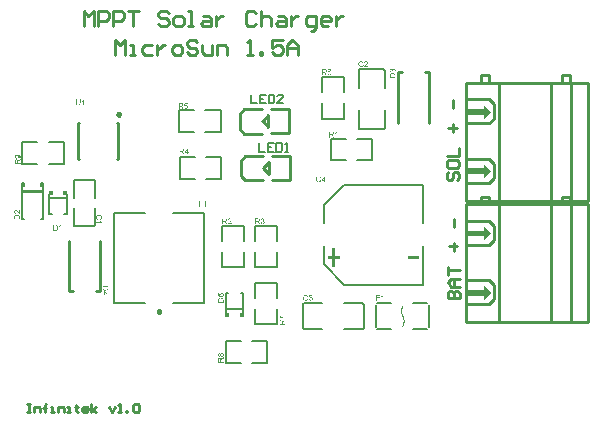
<source format=gto>
%FSTAX23Y23*%
%MOIN*%
%SFA1B1*%

%IPPOS*%
%ADD10C,0.006000*%
%ADD11C,0.003000*%
%ADD12C,0.009843*%
%ADD13C,0.010000*%
%ADD14C,0.005984*%
%ADD15C,0.007874*%
%ADD16C,0.005984*%
%LNpcb-1*%
%LPD*%
G36*
X00317Y0076D02*
X00331D01*
Y00772*
X00317*
Y0076*
G37*
G36*
X0038D02*
X00366D01*
Y00772*
X0038*
Y0076*
G37*
G36*
X00905Y00365D02*
X00919D01*
Y00353*
X00905*
Y00365*
G37*
G36*
X01553Y00546D02*
X01514D01*
Y00556*
X01553*
Y00546*
G37*
G36*
X01272Y00556D02*
X01287D01*
Y00546*
X01272*
Y00518*
X01262*
Y00546*
X01248*
Y00556*
X01262*
Y00583*
X01272*
Y00556*
G37*
G36*
X00968Y00353D02*
X00954D01*
Y00365*
X00968*
Y00353*
G37*
G36*
X01792Y00433D02*
X01768Y0041D01*
Y00423*
X01705*
Y00443*
X01768*
Y00457*
X01792Y00433*
G37*
G36*
Y0063D02*
X01768Y00607D01*
Y00621*
X01705*
Y0064*
X01768*
Y00654*
X01792Y0063*
G37*
G36*
Y00838D02*
X01768Y00814D01*
Y00828*
X01705*
Y00848*
X01768*
Y00861*
X01792Y00838*
G37*
G36*
Y01035D02*
X01768Y01011D01*
Y01025*
X01705*
Y01045*
X01768*
Y01059*
X01792Y01035*
G37*
G36*
X00424Y01066D02*
Y01066D01*
Y01065*
Y01065*
Y01065*
X00424Y01065*
Y01065*
X00424Y01064*
X00423Y01064*
X00423Y01063*
X00423Y01062*
X00423Y01062*
X00423Y01061*
X00423Y01061*
Y01061*
X00423Y01061*
X00423Y01061*
X00423Y01061*
X00423Y0106*
X00422Y0106*
X00422Y0106*
X00422Y01059*
X00421Y01059*
X00421Y01058*
X0042*
X0042Y01058*
X0042Y01058*
X0042Y01058*
X0042Y01058*
X0042Y01058*
X0042Y01058*
X00419Y01058*
X00419Y01058*
X00419Y01058*
X00418Y01057*
X00418Y01057*
X00418Y01057*
X00417Y01057*
X00416Y01057*
X00416*
X00416Y01057*
X00415*
X00415Y01057*
X00415Y01057*
X00415Y01057*
X00414Y01057*
X00413Y01058*
X00412Y01058*
X00412Y01058*
X00412*
X00412Y01058*
X00411Y01058*
X00411Y01058*
X00411Y01058*
X00411Y01059*
X0041Y01059*
X0041Y0106*
X0041Y0106*
X00409Y01061*
Y01061*
X00409Y01061*
X00409Y01061*
X00409Y01061*
X00409Y01061*
X00409Y01061*
X00409Y01062*
X00409Y01062*
X00409Y01062*
X00409Y01063*
X00409Y01063*
X00409Y01064*
X00409Y01064*
X00409Y01065*
X00409Y01065*
Y01066*
Y01077*
X00411*
Y01066*
Y01066*
Y01065*
Y01065*
Y01065*
X00411Y01065*
Y01065*
X00411Y01064*
X00411Y01064*
X00411Y01063*
X00411Y01062*
X00411Y01062*
X00411Y01062*
X00412Y01062*
X00412Y01062*
X00412Y01062*
X00412Y01061*
X00412Y01061*
X00412Y01061*
X00413Y0106*
X00413Y0106*
X00413Y0106*
X00413Y0106*
X00414Y0106*
X00414Y0106*
X00414Y0106*
X00415Y0106*
X00415Y01059*
X00416Y01059*
X00416*
X00416Y01059*
X00417*
X00417Y0106*
X00417Y0106*
X00418Y0106*
X00419Y0106*
X00419Y0106*
X0042Y0106*
X0042Y01061*
X0042Y01061*
X0042Y01061*
X0042Y01061*
X0042Y01061*
X0042Y01061*
X0042Y01061*
X0042Y01062*
X0042Y01062*
X00421Y01062*
X00421Y01062*
X00421Y01063*
X00421Y01063*
X00421Y01064*
X00421Y01064*
X00421Y01065*
Y01066*
Y01077*
X00424*
Y01066*
G37*
G36*
X00436Y01058D02*
X00433D01*
Y01072*
X00433Y01072*
X00433Y01072*
X00433Y01072*
X00433Y01072*
X00432Y01072*
X00432Y01071*
X00432Y01071*
X00431Y01071*
X00431*
X00431Y01071*
X00431Y01071*
X00431Y01071*
X0043Y0107*
X0043Y0107*
X00429Y0107*
X00429Y0107*
X00429Y0107*
Y01072*
X00429*
X00429Y01072*
X00429Y01072*
X00429Y01072*
X00429Y01072*
X00429Y01072*
X0043Y01073*
X0043Y01073*
X00431Y01073*
X00431Y01074*
X00432Y01074*
X00432Y01074*
X00432Y01074*
X00432Y01074*
X00432Y01074*
X00433Y01075*
X00433Y01075*
X00433Y01075*
X00434Y01076*
X00434Y01076*
X00434Y01077*
X00436*
Y01058*
G37*
G36*
X00896Y00231D02*
X00896Y00231D01*
X00896Y00231*
X00896Y00231*
X00897Y00231*
X00897Y00231*
X00898Y00231*
X00898Y00231*
X00898Y0023*
X00899Y0023*
X00899Y0023*
X00899Y0023*
X009Y0023*
X009Y0023*
X009Y00229*
X009Y00229*
X009Y00229*
X009Y00229*
X009Y00229*
X009Y00228*
X009Y00228*
X00901Y00228*
X00901Y00227*
X00901Y00227*
X00901Y00227*
X00901Y00226*
X00901Y00226*
X00901Y00225*
Y00225*
X00901Y00225*
X00901Y00224*
X00901Y00224*
X00901Y00224*
X00901Y00223*
X00901Y00223*
X00901Y00222*
X009Y00222*
X009Y00222*
X009Y00221*
X009Y00221*
X00899Y0022*
X00899Y0022*
X00899Y0022*
X00899Y0022*
X00899Y0022*
X00899Y0022*
X00899Y0022*
X00899Y0022*
X00898Y0022*
X00898Y00219*
X00898Y00219*
X00897Y00219*
X00897Y00219*
X00896Y00219*
X00896Y00219*
X00895Y00219*
X00895*
X00895*
X00895*
X00895Y00219*
X00895*
X00895Y00219*
X00894Y00219*
X00894Y00219*
X00893Y00219*
X00893Y00219*
X00892Y0022*
X00892*
X00892Y0022*
X00892Y0022*
X00892Y0022*
X00891Y0022*
X00891Y00221*
X00891Y00221*
X00891Y00222*
X0089Y00222*
Y00222*
X0089Y00222*
X0089Y00222*
X0089Y00222*
X0089Y00222*
X0089Y00222*
X0089Y00221*
X0089Y00221*
X00889Y00221*
X00889Y0022*
X00889Y0022*
X00889Y0022*
X00889Y0022*
X00888Y0022*
X00888Y0022*
X00887Y0022*
X00887Y0022*
X00887Y0022*
X00886*
X00886*
X00886*
X00886Y0022*
X00886Y0022*
X00886Y0022*
X00885Y0022*
X00885Y0022*
X00884Y0022*
X00884Y0022*
X00884Y00221*
X00883Y00221*
X00883Y00221*
X00883Y00221*
X00883Y00221*
X00883Y00221*
X00883Y00221*
X00883Y00221*
X00883Y00222*
X00882Y00222*
X00882Y00222*
X00882Y00222*
X00882Y00223*
X00882Y00223*
X00882Y00223*
X00882Y00224*
X00882Y00225*
X00882Y00225*
Y00225*
X00882Y00225*
X00882Y00226*
X00882Y00226*
X00882Y00226*
X00882Y00226*
X00882Y00227*
X00882Y00228*
X00882Y00228*
X00883Y00228*
X00883Y00229*
X00883Y00229*
X00883Y00229*
X00883Y00229*
X00883Y00229*
X00883Y00229*
X00883Y00229*
X00884Y0023*
X00884Y0023*
X00885Y0023*
X00885Y0023*
X00886Y00231*
X00886Y00231*
X00887Y00231*
X00887*
X00887*
X00887*
X00887Y00231*
X00887Y00231*
X00888Y0023*
X00888Y0023*
X00889Y0023*
X00889Y0023*
X00889Y0023*
X00889Y0023*
X00889Y0023*
X00889Y00229*
X0089Y00229*
X0089Y00229*
X0089Y00228*
X0089Y00228*
Y00228*
X0089Y00228*
X0089Y00228*
X00891Y00228*
X00891Y00228*
X00891Y00229*
X00891Y00229*
X00891Y0023*
X00892Y0023*
X00892Y0023*
X00892*
X00892Y0023*
X00893Y00231*
X00893Y00231*
X00893Y00231*
X00894Y00231*
X00894Y00231*
X00895Y00231*
X00895Y00231*
X00895*
X00895*
X00896*
X00896Y00231*
G37*
G36*
X00901Y00214D02*
X00897Y00212D01*
X00897*
X00897Y00212*
X00897Y00212*
X00897Y00211*
X00896Y00211*
X00896Y00211*
X00895Y00211*
X00895Y0021*
X00895Y0021*
X00894Y0021*
X00894Y0021*
X00894Y0021*
X00894Y0021*
X00894Y00209*
X00893Y00209*
X00893Y00209*
X00893Y00208*
X00893Y00208*
X00893Y00208*
X00893Y00208*
X00893Y00208*
X00893Y00208*
X00893Y00208*
X00892Y00207*
Y00207*
X00892Y00207*
Y00207*
X00892Y00207*
X00892Y00207*
Y00207*
X00892Y00206*
Y00203*
X00901*
Y002*
X00882*
Y00209*
X00882Y0021*
Y0021*
X00882Y0021*
X00882Y00211*
X00882Y00212*
X00882Y00212*
X00882Y00213*
X00882Y00213*
Y00213*
X00882Y00213*
X00882Y00213*
X00882Y00213*
X00883Y00214*
X00883Y00214*
X00883Y00214*
X00884Y00215*
X00884Y00215*
X00884*
X00884Y00215*
X00884Y00215*
X00884Y00215*
X00885Y00215*
X00885Y00216*
X00886Y00216*
X00886Y00216*
X00887Y00216*
X00887*
X00887*
X00887*
X00887Y00216*
X00887*
X00888Y00216*
X00888Y00216*
X00889Y00215*
X00889Y00215*
X0089Y00215*
X0089Y00215*
X0089Y00214*
X0089Y00214*
X0089Y00214*
X0089Y00214*
X00891Y00214*
X00891Y00214*
X00891Y00214*
X00891Y00214*
X00891Y00213*
X00891Y00213*
X00891Y00213*
X00892Y00213*
X00892Y00212*
X00892Y00212*
X00892Y00211*
X00892Y00211*
X00892Y0021*
X00892Y0021*
X00892Y00211*
X00892Y00211*
X00892Y00211*
X00893Y00211*
X00893Y00212*
X00893Y00212*
X00893Y00212*
X00893Y00212*
X00893Y00212*
X00894Y00213*
X00894Y00213*
X00895Y00213*
X00895Y00214*
X00896Y00214*
X00901Y00217*
Y00214*
G37*
G36*
X01089Y00356D02*
X01089Y00356D01*
X01089Y00356*
X01089Y00356*
X01089Y00356*
X0109Y00356*
X0109Y00355*
X0109Y00355*
X01091Y00355*
X01091Y00355*
X01091Y00354*
X01092Y00354*
X01092Y00354*
X01093Y00353*
X01093Y00353*
X01094Y00353*
X01094Y00353*
X01094Y00353*
X01094Y00353*
X01095Y00352*
X01095Y00352*
X01095Y00352*
X01096Y00352*
X01096Y00352*
X01097Y00352*
X01097Y00351*
X01098Y00351*
X01098Y00351*
X01099Y0035*
X01101Y0035*
X01101*
X01101Y0035*
X01101Y0035*
X01101Y0035*
X01101Y0035*
X01102Y0035*
X01102Y0035*
X01102Y0035*
X01103Y0035*
X01103Y00349*
X01104Y00349*
X01105Y00349*
X01106Y00349*
Y00347*
X01106*
X01106*
X01106*
X01106Y00347*
X01105*
X01105Y00347*
X01105Y00347*
X01104Y00347*
X01104Y00347*
X01104Y00347*
X01103Y00347*
X01103Y00347*
X01102Y00347*
X01102Y00347*
X011Y00348*
X011*
X011Y00348*
X011Y00348*
X011Y00348*
X011Y00348*
X01099Y00348*
X01099Y00348*
X01099Y00348*
X01098Y00348*
X01098Y00348*
X01097Y00349*
X01095Y00349*
X01094Y0035*
X01094Y0035*
X01094Y0035*
X01094Y0035*
X01094Y0035*
X01094Y0035*
X01093Y00351*
X01093Y00351*
X01093Y00351*
X01092Y00352*
X01091Y00352*
X0109Y00353*
X01089Y00353*
Y00344*
X01087*
Y00356*
X01089*
X01089Y00356*
G37*
G36*
X01106Y00339D02*
X01102Y00337D01*
X01102*
X01102Y00337*
X01102Y00337*
X01102Y00336*
X01101Y00336*
X01101Y00336*
X01101Y00336*
X011Y00335*
X011Y00335*
X01099Y00335*
X01099Y00335*
X01099Y00335*
X01099Y00335*
X01099Y00334*
X01098Y00334*
X01098Y00334*
X01098Y00334*
X01098Y00333*
X01098Y00333*
X01098Y00333*
X01098Y00333*
X01098Y00333*
X01098Y00333*
X01098Y00332*
Y00332*
X01098Y00332*
Y00332*
X01097Y00332*
X01097Y00332*
Y00332*
X01097Y00331*
Y00328*
X01106*
Y00325*
X01087*
Y00334*
X01087Y00335*
Y00335*
X01087Y00335*
X01087Y00336*
X01087Y00337*
X01087Y00337*
X01087Y00338*
X01087Y00338*
Y00338*
X01087Y00338*
X01087Y00338*
X01088Y00338*
X01088Y00339*
X01088Y00339*
X01088Y00339*
X01089Y0034*
X01089Y0034*
X01089*
X01089Y0034*
X01089Y0034*
X0109Y0034*
X0109Y0034*
X0109Y00341*
X01091Y00341*
X01091Y00341*
X01092Y00341*
X01092*
X01092*
X01092*
X01092Y00341*
X01093*
X01093Y00341*
X01093Y00341*
X01094Y0034*
X01094Y0034*
X01095Y0034*
X01095Y0034*
X01095Y00339*
X01095Y00339*
X01096Y00339*
X01096Y00339*
X01096Y00339*
X01096Y00339*
X01096Y00339*
X01096Y00339*
X01096Y00338*
X01096Y00338*
X01096Y00338*
X01097Y00338*
X01097Y00337*
X01097Y00337*
X01097Y00336*
X01097Y00336*
X01097Y00335*
X01097Y00335*
X01097Y00336*
X01097Y00336*
X01098Y00336*
X01098Y00336*
X01098Y00337*
X01098Y00337*
X01098Y00337*
X01098Y00337*
X01099Y00337*
X01099Y00338*
X01099Y00338*
X011Y00338*
X011Y00339*
X01101Y00339*
X01106Y00342*
Y00339*
G37*
G36*
X01254Y01178D02*
X01254D01*
X01254Y01177*
X01255Y01177*
X01256Y01177*
X01256Y01177*
X01257Y01177*
X01257Y01176*
X01257Y01176*
X01257Y01176*
X01257Y01176*
X01258Y01176*
X01258Y01176*
X01258Y01176*
X01258Y01176*
X01258Y01175*
X01258Y01175*
X01259Y01174*
X01259Y01174*
X01259Y01173*
X01257Y01173*
Y01173*
X01257Y01173*
X01257Y01173*
X01257Y01173*
X01257Y01173*
X01256Y01174*
X01256Y01174*
X01256Y01174*
X01256Y01175*
X01256Y01175*
X01256Y01175*
X01256Y01175*
X01255Y01175*
X01255Y01175*
X01254Y01175*
X01254Y01176*
X01254Y01176*
X01253*
X01253Y01176*
X01253Y01176*
X01253Y01175*
X01252Y01175*
X01252Y01175*
X01252Y01175*
X01251Y01175*
X01251Y01175*
X01251Y01175*
X01251Y01174*
X01251Y01174*
X0125Y01174*
X0125Y01173*
X0125Y01173*
Y01173*
X0125Y01172*
X0125Y01172*
X0125Y01172*
X0125Y01172*
X0125Y01172*
X0125Y01172*
X01249Y01171*
X01249Y01171*
X01249Y01171*
X01249Y0117*
X01249Y0117*
X01249Y0117*
X01249Y01169*
X01249Y01169*
Y01168*
X01249Y01168*
X01249Y01168*
X01249Y01169*
X0125Y01169*
X0125Y01169*
X0125Y0117*
X01251Y0117*
X01251Y0117*
X01251*
X01251Y0117*
X01251Y0117*
X01252Y0117*
X01252Y0117*
X01252Y01171*
X01253Y01171*
X01253Y01171*
X01254Y01171*
X01254*
X01254Y01171*
X01254Y01171*
X01255Y01171*
X01255Y01171*
X01255Y01171*
X01256Y0117*
X01256Y0117*
X01256Y0117*
X01257Y0117*
X01257Y0117*
X01257Y01169*
X01258Y01169*
X01258Y01169*
X01258Y01169*
X01258Y01169*
X01258Y01169*
X01258Y01168*
X01258Y01168*
X01258Y01168*
X01259Y01168*
X01259Y01167*
X01259Y01167*
X01259Y01167*
X01259Y01166*
X01259Y01166*
X01259Y01165*
X01259Y01165*
X01259Y01164*
Y01164*
Y01164*
Y01164*
Y01164*
X01259Y01164*
Y01164*
X01259Y01163*
X01259Y01163*
X01259Y01162*
X01259Y01162*
X01259Y01161*
Y01161*
X01259Y01161*
X01259Y01161*
X01259Y01161*
X01258Y01161*
X01258Y0116*
X01258Y0116*
X01257Y01159*
X01257Y01159*
X01257Y01159*
X01256*
X01256Y01159*
X01256Y01159*
X01256Y01159*
X01256Y01159*
X01256Y01158*
X01255Y01158*
X01255Y01158*
X01254Y01158*
X01253Y01158*
X01253*
X01253Y01158*
X01253*
X01253Y01158*
X01252Y01158*
X01252Y01158*
X01252Y01158*
X01251Y01158*
X01251Y01158*
X01251Y01159*
X0125Y01159*
X0125Y01159*
X01249Y01159*
X01249Y0116*
X01249Y0116*
X01249Y0116*
X01249Y0116*
X01248Y0116*
X01248Y01161*
X01248Y01161*
X01248Y01161*
X01248Y01161*
X01248Y01162*
X01248Y01162*
X01247Y01163*
X01247Y01163*
X01247Y01164*
X01247Y01165*
X01247Y01166*
X01247Y01166*
X01247Y01167*
Y01167*
Y01167*
Y01167*
Y01167*
X01247Y01168*
Y01168*
X01247Y01169*
X01247Y01169*
X01247Y0117*
X01247Y0117*
X01247Y01171*
X01247Y01172*
X01247Y01172*
X01248Y01173*
X01248Y01174*
X01248Y01174*
X01248Y01175*
X01249Y01175*
X01249Y01175*
X01249Y01175*
X01249Y01176*
X01249Y01176*
X01249Y01176*
X0125Y01176*
X0125Y01176*
X0125Y01176*
X0125Y01177*
X01251Y01177*
X01251Y01177*
X01252Y01177*
X01252Y01177*
X01253Y01177*
X01253Y01178*
X01254Y01178*
X01254*
X01254Y01178*
G37*
G36*
X01238Y01177D02*
X01238D01*
X01238Y01177*
X01239Y01177*
X0124Y01177*
X0124Y01177*
X01241Y01177*
X01241Y01177*
X01241*
X01241Y01177*
X01241Y01177*
X01241Y01177*
X01242Y01177*
X01242Y01176*
X01242Y01176*
X01243Y01176*
X01243Y01175*
Y01175*
X01243Y01175*
X01243Y01175*
X01243Y01175*
X01243Y01174*
X01244Y01174*
X01244Y01173*
X01244Y01173*
X01244Y01172*
Y01172*
Y01172*
Y01172*
X01244Y01172*
Y01172*
X01244Y01171*
X01244Y01171*
X01244Y0117*
X01243Y0117*
X01243Y01169*
X01243Y01169*
X01243Y01169*
X01243Y01169*
X01242Y01169*
X01242Y01169*
X01242Y01169*
X01242Y01168*
X01242Y01168*
X01242Y01168*
X01242Y01168*
X01241Y01168*
X01241Y01168*
X01241Y01168*
X0124Y01167*
X0124Y01167*
X01239Y01167*
X01239Y01167*
X01238Y01167*
X01239Y01167*
X01239Y01167*
X01239Y01167*
X01239Y01167*
X0124Y01166*
X0124Y01166*
X0124Y01166*
X0124Y01166*
X0124Y01166*
X0124Y01166*
X01241Y01165*
X01241Y01165*
X01241Y01165*
X01242Y01164*
X01242Y01163*
X01245Y01158*
X01242*
X0124Y01162*
Y01162*
X0124Y01162*
X0124Y01162*
X0124Y01163*
X01239Y01163*
X01239Y01163*
X01239Y01164*
X01238Y01164*
X01238Y01165*
X01238Y01165*
X01238Y01165*
X01238Y01165*
X01238Y01165*
X01237Y01165*
X01237Y01166*
X01237Y01166*
X01237Y01166*
X01237Y01166*
X01236Y01166*
X01236Y01166*
X01236Y01166*
X01236Y01166*
X01236Y01167*
X01235Y01167*
X01235*
X01235Y01167*
X01235*
X01235Y01167*
X01235Y01167*
X01235*
X01234Y01167*
X01231*
Y01158*
X01229*
Y01177*
X01237*
X01238Y01177*
G37*
G36*
X00781Y01062D02*
X00773D01*
X00772Y01057*
X00772Y01057*
X00772Y01057*
X00773Y01057*
X00773Y01057*
X00773Y01057*
X00773Y01057*
X00774Y01057*
X00774Y01057*
X00775Y01058*
X00775Y01058*
X00776Y01058*
X00776*
X00776Y01058*
X00777Y01058*
X00777Y01058*
X00777Y01058*
X00778Y01058*
X00778Y01057*
X00779Y01057*
X00779Y01057*
X00779Y01057*
X0078Y01057*
X0078Y01056*
X0078Y01056*
X0078Y01056*
X0078Y01056*
X0078Y01056*
X00781Y01056*
X00781Y01056*
X00781Y01055*
X00781Y01055*
X00781Y01055*
X00781Y01055*
X00781Y01054*
X00782Y01054*
X00782Y01053*
X00782Y01053*
X00782Y01053*
X00782Y01052*
X00782Y01052*
Y01052*
Y01051*
Y01051*
X00782Y01051*
X00782Y01051*
X00782Y01051*
X00782Y0105*
X00782Y0105*
X00782Y01049*
X00781Y01049*
X00781Y01048*
X00781Y01048*
X00781Y01047*
X00781Y01047*
X0078Y01047*
X0078Y01047*
X0078Y01047*
X0078Y01047*
X0078Y01047*
X0078Y01046*
X00779Y01046*
X00779Y01046*
X00779Y01046*
X00778Y01045*
X00778Y01045*
X00778Y01045*
X00777Y01045*
X00777Y01045*
X00776Y01045*
X00775Y01045*
X00775*
X00775Y01045*
X00775Y01045*
X00775Y01045*
X00774Y01045*
X00774Y01045*
X00773Y01045*
X00773Y01045*
X00772Y01046*
X00772Y01046*
X00772Y01046*
X00771Y01046*
X00771Y01046*
X00771Y01046*
X00771Y01046*
X00771Y01046*
X00771Y01047*
X00771Y01047*
X0077Y01047*
X0077Y01047*
X0077Y01047*
X0077Y01048*
X0077Y01048*
X00769Y01049*
X00769Y0105*
X00769Y0105*
X00772Y0105*
Y0105*
Y0105*
X00772Y0105*
X00772Y0105*
X00772Y0105*
X00772Y01049*
X00772Y01049*
X00772Y01048*
X00773Y01048*
X00773Y01048*
X00773Y01048*
X00773Y01047*
X00773Y01047*
X00774Y01047*
X00774Y01047*
X00774Y01047*
X00775Y01047*
X00775Y01047*
X00776*
X00776Y01047*
X00776Y01047*
X00776Y01047*
X00777Y01047*
X00777Y01047*
X00778Y01048*
X00778Y01048*
X00778Y01048*
X00778Y01048*
X00778Y01048*
X00778Y01048*
X00779Y01048*
X00779Y01048*
X00779Y01049*
X00779Y01049*
X00779Y0105*
X00779Y01051*
X0078Y01051*
Y01051*
Y01051*
Y01051*
Y01052*
X0078Y01052*
Y01052*
X00779Y01052*
X00779Y01053*
X00779Y01053*
X00779Y01054*
X00779Y01054*
X00778Y01055*
Y01055*
X00778Y01055*
X00778Y01055*
X00778Y01055*
X00778Y01055*
X00777Y01055*
X00777Y01056*
X00776Y01056*
X00776Y01056*
X00775*
X00775Y01056*
X00775Y01056*
X00774Y01056*
X00774Y01055*
X00774Y01055*
X00773Y01055*
X00773Y01055*
X00773Y01055*
X00773Y01055*
X00773Y01055*
X00773Y01055*
X00772Y01054*
X00772Y01054*
X00772Y01054*
X0077Y01054*
X00772Y01064*
X00781*
Y01062*
G37*
G36*
X0076Y01064D02*
X0076D01*
X00761Y01064*
X00762Y01064*
X00762Y01064*
X00763Y01064*
X00763Y01064*
X00763Y01064*
X00763*
X00763Y01064*
X00764Y01064*
X00764Y01064*
X00764Y01063*
X00764Y01063*
X00765Y01063*
X00765Y01062*
X00765Y01062*
Y01062*
X00766Y01062*
X00766Y01062*
X00766Y01061*
X00766Y01061*
X00766Y01061*
X00766Y0106*
X00766Y0106*
X00766Y01059*
Y01059*
Y01059*
Y01059*
X00766Y01059*
Y01058*
X00766Y01058*
X00766Y01058*
X00766Y01057*
X00766Y01057*
X00765Y01056*
X00765Y01056*
X00765Y01056*
X00765Y01056*
X00765Y01055*
X00765Y01055*
X00765Y01055*
X00765Y01055*
X00764Y01055*
X00764Y01055*
X00764Y01055*
X00764Y01055*
X00763Y01055*
X00763Y01054*
X00763Y01054*
X00762Y01054*
X00762Y01054*
X00761Y01054*
X00761Y01054*
X00761Y01054*
X00761Y01054*
X00761Y01054*
X00761Y01054*
X00762Y01053*
X00762Y01053*
X00762Y01053*
X00762Y01053*
X00763Y01053*
X00763Y01052*
X00763Y01052*
X00763Y01052*
X00764Y01051*
X00764Y01051*
X00765Y0105*
X00768Y01045*
X00765*
X00762Y01049*
Y01049*
X00762Y01049*
X00762Y01049*
X00762Y01049*
X00762Y0105*
X00762Y0105*
X00761Y0105*
X00761Y01051*
X00761Y01051*
X0076Y01052*
X0076Y01052*
X0076Y01052*
X0076Y01052*
X0076Y01052*
X00759Y01053*
X00759Y01053*
X00759Y01053*
X00759Y01053*
X00759Y01053*
X00759Y01053*
X00759Y01053*
X00758Y01053*
X00758Y01053*
X00758Y01053*
X00758*
X00758Y01054*
X00758*
X00758Y01054*
X00757Y01054*
X00757*
X00757Y01054*
X00754*
Y01045*
X00751*
Y01064*
X0076*
X0076Y01064*
G37*
G36*
X00782Y00901D02*
X00785D01*
Y00899*
X00782*
Y00894*
X0078*
Y00899*
X00771*
Y00901*
X0078Y00913*
X00782*
Y00901*
G37*
G36*
X00763Y00913D02*
X00763D01*
X00764Y00913*
X00764Y00913*
X00765Y00913*
X00766Y00913*
X00766Y00913*
X00766Y00913*
X00766*
X00766Y00913*
X00766Y00912*
X00767Y00912*
X00767Y00912*
X00767Y00912*
X00768Y00912*
X00768Y00911*
X00768Y00911*
Y00911*
X00768Y00911*
X00768Y00911*
X00769Y0091*
X00769Y0091*
X00769Y00909*
X00769Y00909*
X00769Y00908*
X00769Y00908*
Y00908*
Y00908*
Y00908*
X00769Y00908*
Y00907*
X00769Y00907*
X00769Y00907*
X00769Y00906*
X00769Y00906*
X00768Y00905*
X00768Y00905*
X00768Y00904*
X00768Y00904*
X00768Y00904*
X00768Y00904*
X00767Y00904*
X00767Y00904*
X00767Y00904*
X00767Y00904*
X00767Y00904*
X00766Y00904*
X00766Y00903*
X00766Y00903*
X00765Y00903*
X00765Y00903*
X00765Y00903*
X00764Y00903*
X00764Y00903*
X00764Y00903*
X00764Y00903*
X00764Y00902*
X00764Y00902*
X00765Y00902*
X00765Y00902*
X00765Y00902*
X00765Y00902*
X00765Y00901*
X00766Y00901*
X00766Y00901*
X00766Y00901*
X00767Y009*
X00767Y009*
X00767Y00899*
X00771Y00894*
X00767*
X00765Y00898*
Y00898*
X00765Y00898*
X00765Y00898*
X00765Y00898*
X00765Y00898*
X00764Y00899*
X00764Y00899*
X00764Y009*
X00763Y009*
X00763Y00901*
X00763Y00901*
X00763Y00901*
X00763Y00901*
X00763Y00901*
X00762Y00901*
X00762Y00902*
X00762Y00902*
X00762Y00902*
X00762Y00902*
X00762Y00902*
X00761Y00902*
X00761Y00902*
X00761Y00902*
X00761Y00902*
X00761*
X00761Y00902*
X0076*
X0076Y00902*
X0076Y00902*
X0076*
X0076Y00902*
X00756*
Y00894*
X00754*
Y00913*
X00763*
X00763Y00913*
G37*
G36*
X01031Y00681D02*
X01031Y00681D01*
X01032Y00681*
X01032Y0068*
X01033Y0068*
X01033Y0068*
X01033*
X01033Y0068*
X01033Y0068*
X01034Y0068*
X01034Y0068*
X01034Y00679*
X01035Y00679*
X01035Y00679*
X01035Y00678*
X01035Y00678*
X01035Y00678*
X01035Y00678*
X01035Y00677*
X01036Y00677*
X01036Y00677*
X01036Y00676*
X01036Y00676*
Y00676*
Y00676*
X01036Y00675*
X01036Y00675*
X01036Y00675*
X01036Y00674*
X01035Y00674*
X01035Y00673*
X01035Y00673*
X01035Y00673*
X01035Y00673*
X01035Y00673*
X01034Y00673*
X01034Y00672*
X01034Y00672*
X01033Y00672*
X01033*
X01033Y00672*
X01033Y00672*
X01033Y00672*
X01034Y00672*
X01034Y00672*
X01035Y00671*
X01035Y00671*
X01035Y00671*
X01036Y0067*
X01036Y0067*
X01036Y0067*
X01036Y0067*
X01036Y00669*
X01036Y00669*
X01037Y00668*
X01037Y00668*
X01037Y00667*
Y00667*
Y00667*
Y00667*
X01037Y00667*
X01037Y00666*
X01037Y00666*
X01037Y00666*
X01037Y00666*
X01036Y00665*
X01036Y00665*
X01036Y00664*
X01036Y00664*
X01036Y00664*
X01035Y00663*
X01035Y00663*
X01035Y00663*
X01035Y00663*
X01035Y00663*
X01035Y00663*
X01034Y00662*
X01034Y00662*
X01034Y00662*
X01034Y00662*
X01033Y00662*
X01033Y00662*
X01033Y00662*
X01032Y00661*
X01032Y00661*
X01031Y00661*
X01031Y00661*
X0103Y00661*
X0103*
X0103Y00661*
X0103Y00661*
X01029Y00661*
X01029Y00661*
X01029Y00661*
X01028Y00662*
X01027Y00662*
X01027Y00662*
X01027Y00662*
X01026Y00662*
X01026Y00663*
X01026Y00663*
X01026Y00663*
X01026Y00663*
X01026Y00663*
X01026Y00663*
X01026Y00663*
X01025Y00663*
X01025Y00664*
X01025Y00664*
X01025Y00664*
X01025Y00665*
X01024Y00666*
X01024Y00666*
X01024Y00667*
X01027Y00667*
Y00667*
X01027Y00667*
X01027Y00667*
X01027Y00667*
X01027Y00666*
X01027Y00666*
X01027Y00666*
X01027Y00665*
X01027Y00665*
X01028Y00664*
X01028Y00664*
X01028Y00664*
X01028Y00664*
X01028Y00664*
X01029Y00664*
X01029Y00663*
X01029Y00663*
X0103Y00663*
X0103Y00663*
X01031*
X01031Y00663*
X01031Y00663*
X01031Y00663*
X01032Y00663*
X01032Y00664*
X01033Y00664*
X01033Y00664*
X01033Y00664*
X01033Y00664*
X01034Y00665*
X01034Y00665*
X01034Y00665*
X01034Y00666*
X01034Y00666*
X01034Y00667*
Y00667*
Y00667*
Y00667*
X01034Y00667*
X01034Y00668*
X01034Y00668*
X01034Y00668*
X01034Y00669*
X01034Y00669*
X01033Y0067*
X01033Y0067*
X01033Y0067*
X01033Y0067*
X01033Y0067*
X01032Y0067*
X01032Y00671*
X01031Y00671*
X01031Y00671*
X0103*
X0103Y00671*
X0103Y00671*
X0103Y00671*
X01029Y00671*
X01029Y00671*
X01029Y00673*
X01029*
X01029Y00673*
X0103*
X0103Y00673*
X0103Y00673*
X01031Y00673*
X01031Y00673*
X01032Y00673*
X01032Y00673*
X01032*
X01032Y00673*
X01032Y00674*
X01033Y00674*
X01033Y00674*
X01033Y00674*
X01033Y00675*
X01033Y00675*
X01033Y00675*
Y00676*
Y00676*
Y00676*
Y00676*
X01033Y00676*
X01033Y00677*
X01033Y00677*
X01033Y00677*
X01033Y00678*
X01033Y00678*
X01033Y00678*
X01032Y00678*
X01032Y00678*
X01032Y00678*
X01032Y00679*
X01031Y00679*
X01031Y00679*
X0103Y00679*
X0103*
X0103Y00679*
X01029Y00679*
X01029Y00679*
X01029Y00678*
X01028Y00678*
X01028Y00678*
X01028Y00678*
X01028Y00678*
X01028Y00678*
X01028Y00677*
X01027Y00677*
X01027Y00676*
X01027Y00676*
X01027Y00675*
X01025Y00676*
Y00676*
X01025Y00676*
X01025Y00676*
X01025Y00676*
X01025Y00676*
X01025Y00677*
X01025Y00677*
X01025Y00678*
X01025Y00678*
X01026Y00679*
X01026Y00679*
X01026Y00679*
X01027Y00679*
X01027Y0068*
X01027Y0068*
X01027Y0068*
X01027Y0068*
X01027Y0068*
X01027Y0068*
X01028Y0068*
X01029Y00681*
X01029Y00681*
X0103Y00681*
X01031*
X01031Y00681*
G37*
G36*
X01015Y00681D02*
X01015D01*
X01016Y00681*
X01016Y00681*
X01017Y0068*
X01018Y0068*
X01018Y0068*
X01018Y0068*
X01018*
X01018Y0068*
X01018Y0068*
X01019Y0068*
X01019Y0068*
X01019Y00679*
X0102Y00679*
X0102Y00679*
X0102Y00678*
Y00678*
X0102Y00678*
X01021Y00678*
X01021Y00678*
X01021Y00677*
X01021Y00677*
X01021Y00677*
X01021Y00676*
X01021Y00675*
Y00675*
Y00675*
Y00675*
X01021Y00675*
Y00675*
X01021Y00675*
X01021Y00674*
X01021Y00674*
X01021Y00673*
X0102Y00672*
X0102Y00672*
X0102Y00672*
X0102Y00672*
X0102Y00672*
X0102Y00672*
X0102Y00672*
X01019Y00672*
X01019Y00672*
X01019Y00671*
X01019Y00671*
X01019Y00671*
X01018Y00671*
X01018Y00671*
X01018Y00671*
X01017Y00671*
X01017Y0067*
X01016Y0067*
X01016Y0067*
X01016Y0067*
X01016Y0067*
X01016Y0067*
X01016Y0067*
X01017Y0067*
X01017Y00669*
X01017Y00669*
X01017Y00669*
X01018Y00669*
X01018Y00669*
X01018Y00669*
X01018Y00668*
X01019Y00668*
X01019Y00667*
X01019Y00667*
X01023Y00661*
X0102*
X01017Y00665*
Y00665*
X01017Y00666*
X01017Y00666*
X01017Y00666*
X01017Y00666*
X01016Y00666*
X01016Y00667*
X01016Y00667*
X01015Y00668*
X01015Y00668*
X01015Y00668*
X01015Y00668*
X01015Y00668*
X01015Y00669*
X01014Y00669*
X01014Y00669*
X01014Y00669*
X01014Y00669*
X01014Y00669*
X01014Y00669*
X01014Y0067*
X01013Y0067*
X01013Y0067*
X01013Y0067*
X01013*
X01013Y0067*
X01013*
X01012Y0067*
X01012Y0067*
X01012*
X01012Y0067*
X01008*
Y00661*
X01006*
Y00681*
X01015*
X01015Y00681*
G37*
G36*
X00921Y00681D02*
X00921Y00681D01*
X00922Y0068*
X00922Y0068*
X00922Y0068*
X00923Y0068*
X00924Y0068*
X00924Y0068*
X00924Y0068*
X00925Y00679*
X00925Y00679*
X00925Y00679*
X00925Y00679*
X00925Y00679*
X00925Y00679*
X00925Y00679*
X00926Y00678*
X00926Y00678*
X00926Y00678*
X00926Y00677*
X00926Y00677*
X00927Y00676*
X00927Y00676*
X00927Y00676*
X00927Y00675*
Y00675*
Y00675*
X00927Y00675*
X00927Y00675*
X00927Y00674*
X00926Y00674*
X00926Y00673*
X00926Y00673*
X00926Y00673*
X00926Y00673*
X00926Y00673*
X00926Y00672*
X00926Y00672*
X00925Y00672*
X00925Y00671*
X00925Y00671*
X00925Y00671*
X00924Y0067*
X00924Y0067*
X00924Y0067*
X00924Y0067*
X00924Y0067*
X00924Y0067*
X00923Y00669*
X00923Y00669*
X00923Y00669*
X00922Y00668*
X00922Y00668*
X00921Y00668*
X00921Y00667*
X00921Y00667*
X00921Y00667*
X00921Y00667*
X00921Y00667*
X0092Y00667*
X0092Y00667*
X0092Y00666*
X00919Y00666*
X00919Y00665*
X00919Y00665*
X00918Y00665*
X00918Y00665*
X00918Y00665*
X00918Y00665*
X00918Y00665*
X00918Y00664*
X00918Y00664*
X00918Y00664*
X00917Y00664*
X00927*
Y00661*
X00914*
Y00661*
Y00661*
Y00662*
X00914Y00662*
X00914Y00662*
X00914Y00662*
X00914Y00663*
X00914Y00663*
Y00663*
X00914Y00663*
X00914Y00663*
X00914Y00663*
X00915Y00664*
X00915Y00664*
X00915Y00665*
X00915Y00665*
X00916Y00665*
Y00666*
X00916Y00666*
X00916Y00666*
X00916Y00666*
X00917Y00666*
X00917Y00667*
X00918Y00667*
X00918Y00668*
X00919Y00668*
X00919Y00668*
X00919Y00668*
X00919Y00669*
X00919Y00669*
X0092Y00669*
X0092Y00669*
X0092Y0067*
X00921Y0067*
X00921Y00671*
X00922Y00671*
X00922Y00672*
X00923Y00672*
X00923Y00672*
X00923Y00672*
Y00672*
X00923Y00672*
X00923Y00673*
X00923Y00673*
X00923Y00673*
X00924Y00673*
X00924Y00674*
X00924Y00674*
X00924Y00675*
X00924Y00675*
Y00675*
Y00675*
X00924Y00676*
X00924Y00676*
X00924Y00676*
X00924Y00676*
X00924Y00677*
X00924Y00677*
X00923Y00678*
X00923Y00678*
X00923Y00678*
X00923Y00678*
X00923Y00678*
X00922Y00678*
X00922Y00678*
X00921Y00679*
X00921Y00679*
X0092*
X0092Y00679*
X0092Y00679*
X0092Y00678*
X00919Y00678*
X00919Y00678*
X00918Y00678*
X00918Y00678*
X00918Y00678*
X00918Y00677*
X00918Y00677*
X00917Y00677*
X00917Y00676*
X00917Y00676*
X00917Y00675*
X00917Y00675*
X00914Y00675*
Y00675*
X00914Y00675*
Y00675*
X00914Y00675*
X00915Y00676*
X00915Y00676*
X00915Y00676*
X00915Y00677*
X00915Y00677*
X00915Y00678*
X00916Y00678*
X00916Y00679*
X00916Y00679*
X00916Y00679*
X00916Y00679*
X00916Y00679*
X00916Y00679*
X00917Y00679*
X00917Y00679*
X00917Y0068*
X00917Y0068*
X00917Y0068*
X00918Y0068*
X00918Y0068*
X00918Y0068*
X00919Y0068*
X00919Y0068*
X0092Y00681*
X0092Y00681*
X00921Y00681*
X00921*
X00921Y00681*
G37*
G36*
X00905Y0068D02*
X00905D01*
X00906Y0068*
X00907Y0068*
X00907Y0068*
X00908Y0068*
X00908Y0068*
X00908Y0068*
X00908*
X00908Y0068*
X00909Y0068*
X00909Y0068*
X00909Y0068*
X00909Y00679*
X0091Y00679*
X0091Y00679*
X0091Y00678*
Y00678*
X00911Y00678*
X00911Y00678*
X00911Y00678*
X00911Y00677*
X00911Y00677*
X00911Y00676*
X00911Y00676*
X00911Y00675*
Y00675*
Y00675*
Y00675*
X00911Y00675*
Y00675*
X00911Y00675*
X00911Y00674*
X00911Y00673*
X00911Y00673*
X0091Y00672*
X0091Y00672*
X0091Y00672*
X0091Y00672*
X0091Y00672*
X0091Y00672*
X0091Y00672*
X0091Y00671*
X00909Y00671*
X00909Y00671*
X00909Y00671*
X00909Y00671*
X00908Y00671*
X00908Y00671*
X00908Y0067*
X00907Y0067*
X00907Y0067*
X00906Y0067*
X00906Y0067*
X00906Y0067*
X00906Y0067*
X00906Y0067*
X00906Y0067*
X00907Y00669*
X00907Y00669*
X00907Y00669*
X00907Y00669*
X00908Y00669*
X00908Y00669*
X00908Y00668*
X00908Y00668*
X00909Y00668*
X00909Y00667*
X0091Y00667*
X00913Y00661*
X0091*
X00907Y00665*
Y00665*
X00907Y00665*
X00907Y00665*
X00907Y00666*
X00907Y00666*
X00907Y00666*
X00906Y00667*
X00906Y00667*
X00906Y00668*
X00905Y00668*
X00905Y00668*
X00905Y00668*
X00905Y00668*
X00905Y00668*
X00904Y00669*
X00904Y00669*
X00904Y00669*
X00904Y00669*
X00904Y00669*
X00904Y00669*
X00904Y00669*
X00903Y00669*
X00903Y0067*
X00903Y0067*
X00903*
X00903Y0067*
X00903*
X00903Y0067*
X00902Y0067*
X00902*
X00902Y0067*
X00899*
Y00661*
X00896*
Y0068*
X00905*
X00905Y0068*
G37*
G36*
X0128Y0095D02*
X01277D01*
Y00965*
X01277Y00965*
X01277Y00965*
X01277Y00965*
X01277Y00965*
X01276Y00964*
X01276Y00964*
X01275Y00964*
X01275Y00963*
X01275*
X01275Y00963*
X01275Y00963*
X01275Y00963*
X01274Y00963*
X01274Y00963*
X01273Y00963*
X01273Y00962*
X01273Y00962*
Y00965*
X01273*
X01273Y00965*
X01273Y00965*
X01273Y00965*
X01273Y00965*
X01273Y00965*
X01274Y00965*
X01274Y00965*
X01275Y00966*
X01275Y00966*
X01276Y00967*
X01276Y00967*
X01276Y00967*
X01276Y00967*
X01276Y00967*
X01276Y00967*
X01277Y00968*
X01277Y00968*
X01277Y00968*
X01278Y00969*
X01278Y00969*
X0128*
Y0095*
G37*
G36*
X01262Y00969D02*
X01262D01*
X01262Y00969*
X01263Y00969*
X01264Y00969*
X01264Y00969*
X01265Y00969*
X01265Y00969*
X01265*
X01265Y00969*
X01265Y00969*
X01265Y00969*
X01266Y00968*
X01266Y00968*
X01266Y00968*
X01267Y00967*
X01267Y00967*
Y00967*
X01267Y00967*
X01267Y00967*
X01267Y00966*
X01267Y00966*
X01267Y00966*
X01268Y00965*
X01268Y00965*
X01268Y00964*
Y00964*
Y00964*
Y00964*
X01268Y00964*
Y00964*
X01268Y00963*
X01268Y00963*
X01267Y00962*
X01267Y00962*
X01267Y00961*
X01267Y00961*
X01266Y00961*
X01266Y00961*
X01266Y00961*
X01266Y0096*
X01266Y0096*
X01266Y0096*
X01266Y0096*
X01266Y0096*
X01265Y0096*
X01265Y0096*
X01265Y0096*
X01264Y00959*
X01264Y00959*
X01264Y00959*
X01263Y00959*
X01263Y00959*
X01262Y00959*
X01262Y00959*
X01262Y00959*
X01263Y00959*
X01263Y00959*
X01263Y00958*
X01264Y00958*
X01264Y00958*
X01264Y00958*
X01264Y00958*
X01264Y00957*
X01265Y00957*
X01265Y00957*
X01265Y00956*
X01266Y00956*
X01266Y00955*
X01269Y0095*
X01266*
X01264Y00954*
Y00954*
X01264Y00954*
X01263Y00954*
X01263Y00954*
X01263Y00955*
X01263Y00955*
X01263Y00955*
X01262Y00956*
X01262Y00956*
X01262Y00957*
X01262Y00957*
X01262Y00957*
X01261Y00957*
X01261Y00957*
X01261Y00958*
X01261Y00958*
X0126Y00958*
X0126Y00958*
X0126Y00958*
X0126Y00958*
X0126Y00958*
X0126Y00958*
X0126Y00958*
X01259Y00959*
X01259*
X01259Y00959*
X01259*
X01259Y00959*
X01259Y00959*
X01259*
X01258Y00959*
X01255*
Y0095*
X01252*
Y00969*
X01261*
X01262Y00969*
G37*
G36*
X00215Y00893D02*
X00215D01*
X00216Y00893*
X00216Y00893*
X00217Y00893*
X00218Y00893*
X00219Y00892*
X00219Y00892*
X0022Y00892*
X0022*
X0022Y00892*
X0022Y00892*
X0022Y00892*
X0022Y00892*
X00221Y00892*
X00221Y00892*
X00222Y00891*
X00222Y00891*
X00223Y0089*
X00223Y0089*
Y0089*
X00223Y0089*
X00223Y0089*
X00223Y0089*
X00223Y00889*
X00224Y00889*
X00224Y00889*
X00224Y00889*
X00224Y00888*
X00224Y00888*
X00224Y00887*
X00224Y00886*
Y00886*
X00224Y00886*
Y00886*
X00224Y00885*
X00224Y00885*
X00224Y00884*
X00224Y00884*
X00223Y00883*
X00223Y00883*
X00223Y00882*
X00223Y00882*
X00223Y00882*
X00223Y00882*
X00223Y00882*
X00223Y00882*
X00223Y00882*
X00222Y00882*
X00222Y00881*
X00221Y00881*
X0022Y00881*
X0022Y00881*
X00219Y00883*
X00219*
X00219Y00883*
X00219*
X0022Y00883*
X0022Y00883*
X0022Y00883*
X00221Y00883*
X00221Y00884*
X00221Y00884*
X00222Y00884*
X00222Y00884*
X00222Y00884*
X00222Y00884*
X00222Y00885*
X00222Y00885*
X00222Y00885*
X00222Y00886*
X00222Y00886*
Y00886*
X00222Y00887*
X00222Y00887*
X00222Y00887*
X00222Y00887*
X00222Y00888*
X00222Y00888*
X00222Y00888*
X00222Y00888*
X00222Y00888*
X00222Y00889*
X00221Y00889*
X00221Y00889*
X00221Y00889*
X00221Y00889*
X00221Y00889*
X0022Y00889*
X0022Y0089*
X0022Y0089*
X0022Y0089*
X00219Y0089*
X00219Y0089*
X00218Y0089*
X00218*
X00218Y0089*
X00218*
X00218Y0089*
X00218Y0089*
X00217Y0089*
X00217Y00891*
X00216Y00891*
X00216Y00891*
X00215Y00891*
X00215*
X00215*
X00215*
X00215*
X00215Y00891*
X00215Y0089*
X00215Y0089*
X00216Y0089*
X00216Y0089*
X00216Y0089*
X00216Y00889*
X00217Y00889*
X00217Y00889*
X00217Y00888*
X00217Y00888*
X00217Y00888*
X00217Y00887*
X00217Y00887*
X00217Y00887*
X00217Y00886*
Y00886*
X00217Y00886*
X00217Y00885*
X00217Y00885*
X00217Y00885*
X00217Y00885*
X00217Y00884*
X00217Y00884*
X00217Y00883*
X00217Y00883*
X00216Y00883*
X00216Y00882*
X00216Y00882*
X00216Y00882*
X00216Y00882*
X00216Y00882*
X00215Y00882*
X00215Y00882*
X00215Y00881*
X00215Y00881*
X00215Y00881*
X00214Y00881*
X00214Y00881*
X00213Y00881*
X00213Y00881*
X00213Y00881*
X00212Y0088*
X00212Y0088*
X00211Y0088*
X00211*
X00211*
X00211*
X00211Y0088*
X0021Y0088*
X0021Y0088*
X0021Y00881*
X0021Y00881*
X00209Y00881*
X00208Y00881*
X00208Y00881*
X00208Y00881*
X00207Y00882*
X00207Y00882*
X00207Y00882*
X00206Y00882*
X00206Y00882*
X00206Y00882*
X00206Y00882*
X00206Y00883*
X00206Y00883*
X00206Y00883*
X00206Y00883*
X00205Y00884*
X00205Y00884*
X00205Y00885*
X00205Y00885*
X00205Y00885*
X00205Y00886*
X00205Y00886*
Y00887*
X00205Y00887*
Y00887*
X00205Y00887*
X00205Y00888*
X00205Y00888*
X00205Y00889*
X00205Y00889*
X00206Y0089*
Y0089*
X00206Y0089*
X00206Y0089*
X00206Y0089*
X00206Y0089*
X00206Y00891*
X00207Y00891*
X00207Y00891*
X00208Y00892*
X00209Y00892*
X00209*
X00209Y00892*
X00209Y00892*
X00209Y00892*
X00209Y00892*
X00209Y00892*
X0021Y00892*
X0021Y00893*
X0021Y00893*
X00211Y00893*
X00211Y00893*
X00212Y00893*
X00212Y00893*
X00213Y00893*
X00213Y00893*
X00214*
X00214*
X00214*
X00214*
X00215*
X00215Y00893*
G37*
G36*
X00224Y00876D02*
X0022Y00873D01*
X0022*
X0022Y00873*
X0022Y00873*
X0022Y00873*
X00219Y00873*
X00219Y00873*
X00219Y00872*
X00218Y00872*
X00218Y00872*
X00217Y00871*
X00217Y00871*
X00217Y00871*
X00217Y00871*
X00217Y00871*
X00216Y00871*
X00216Y0087*
X00216Y0087*
X00216Y0087*
X00216Y0087*
X00216Y0087*
X00216Y0087*
X00216Y0087*
X00216Y00869*
X00216Y00869*
Y00869*
X00216Y00869*
Y00869*
X00216Y00869*
X00215Y00868*
Y00868*
X00215Y00868*
Y00865*
X00224*
Y00862*
X00205*
Y00871*
X00205Y00871*
Y00871*
X00205Y00872*
X00205Y00873*
X00205Y00873*
X00205Y00874*
X00205Y00874*
X00205Y00874*
Y00874*
X00205Y00874*
X00205Y00875*
X00206Y00875*
X00206Y00875*
X00206Y00876*
X00206Y00876*
X00207Y00876*
X00207Y00877*
X00207*
X00207Y00877*
X00207Y00877*
X00208Y00877*
X00208Y00877*
X00208Y00877*
X00209Y00877*
X00209Y00877*
X0021Y00877*
X0021*
X0021*
X0021*
X0021Y00877*
X00211*
X00211Y00877*
X00211Y00877*
X00212Y00877*
X00212Y00877*
X00213Y00876*
X00213Y00876*
X00213Y00876*
X00214Y00876*
X00214Y00876*
X00214Y00876*
X00214Y00876*
X00214Y00876*
X00214Y00875*
X00214Y00875*
X00214Y00875*
X00214Y00875*
X00215Y00874*
X00215Y00874*
X00215Y00874*
X00215Y00873*
X00215Y00873*
X00215Y00872*
X00215Y00872*
X00215Y00872*
X00215Y00872*
X00215Y00872*
X00216Y00873*
X00216Y00873*
X00216Y00873*
X00216Y00873*
X00216Y00874*
X00216Y00874*
X00217Y00874*
X00217Y00874*
X00217Y00874*
X00218Y00875*
X00218Y00875*
X00219Y00876*
X00224Y00879*
Y00876*
G37*
G36*
X00842Y00718D02*
X0084D01*
Y00733*
X0084Y00733*
X00839Y00733*
X00839Y00733*
X00839Y00732*
X00839Y00732*
X00838Y00732*
X00838Y00732*
X00837Y00731*
X00837*
X00837Y00731*
X00837Y00731*
X00837Y00731*
X00837Y00731*
X00836Y00731*
X00836Y0073*
X00835Y0073*
X00835Y0073*
Y00732*
X00835*
X00835Y00732*
X00835Y00732*
X00835Y00732*
X00835Y00733*
X00836Y00733*
X00836Y00733*
X00837Y00733*
X00837Y00734*
X00838Y00734*
X00838Y00735*
X00838Y00735*
X00838Y00735*
X00838Y00735*
X00839Y00735*
X00839Y00735*
X00839Y00735*
X00839Y00736*
X0084Y00736*
X0084Y00737*
X0084Y00737*
X00842*
Y00718*
G37*
G36*
X00822Y0072D02*
X00831D01*
Y00718*
X00819*
Y00737*
X00822*
Y0072*
G37*
G36*
X01433Y00406D02*
X01431D01*
Y00421*
X01431Y00421*
X01431Y00421*
X01431Y00421*
X0143Y00421*
X0143Y00421*
X0143Y0042*
X01429Y0042*
X01429Y0042*
X01429*
X01429Y0042*
X01429Y0042*
X01428Y00419*
X01428Y00419*
X01428Y00419*
X01427Y00419*
X01427Y00419*
X01426Y00418*
Y00421*
X01426*
X01426Y00421*
X01427Y00421*
X01427Y00421*
X01427Y00421*
X01427Y00421*
X01428Y00421*
X01428Y00422*
X01429Y00422*
X01429Y00423*
X0143Y00423*
X0143Y00423*
X0143Y00423*
X0143Y00423*
X0143Y00423*
X0143Y00423*
X01431Y00424*
X01431Y00424*
X01431Y00425*
X01432Y00425*
X01432Y00426*
X01433*
Y00406*
G37*
G36*
X01422Y00423D02*
X01412D01*
Y00417*
X01421*
Y00415*
X01412*
Y00406*
X01409*
Y00425*
X01422*
Y00423*
G37*
G36*
X00895Y00431D02*
X00895Y00431D01*
X00895Y00431*
X00895Y00431*
X00896Y00431*
X00897Y00431*
X00897Y00431*
X00898Y00431*
X00898Y0043*
X00898Y0043*
X00899Y0043*
X00899Y0043*
X00899Y0043*
X00899Y0043*
X00899Y0043*
X00899Y00429*
X009Y00429*
X009Y00429*
X009Y00429*
X009Y00428*
X009Y00428*
X00901Y00427*
X00901Y00427*
X00901Y00427*
X00901Y00426*
X00901Y00425*
X00901Y00425*
Y00425*
X00901Y00424*
X00901Y00424*
X00901Y00424*
X00901Y00424*
X00901Y00423*
X00901Y00423*
X009Y00422*
X009Y00422*
X009Y00421*
X009Y00421*
X009Y00421*
X009Y00421*
X009Y00421*
X00899Y0042*
X00899Y0042*
X00899Y0042*
X00899Y0042*
X00899Y0042*
X00899Y0042*
X00898Y0042*
X00898Y00419*
X00897Y00419*
X00897Y00419*
X00896Y00419*
X00896Y00419*
X00896Y00421*
X00896*
X00896*
X00896Y00421*
X00896Y00421*
X00896Y00421*
X00897Y00421*
X00897Y00422*
X00897Y00422*
X00898Y00422*
X00898Y00422*
X00898Y00423*
X00898Y00423*
X00899Y00423*
X00899Y00423*
X00899Y00423*
X00899Y00424*
X00899Y00424*
X00899Y00425*
Y00425*
X00899Y00425*
X00899Y00426*
X00899Y00426*
X00899Y00426*
X00899Y00427*
X00898Y00427*
X00898Y00428*
X00898Y00428*
X00898Y00428*
X00898Y00428*
X00898Y00428*
X00898Y00428*
X00897Y00428*
X00897Y00428*
X00896Y00429*
X00896Y00429*
X00895Y00429*
X00895Y00429*
X00894*
X00894*
X00894*
X00894*
X00894Y00429*
X00894*
X00894Y00429*
X00893Y00429*
X00893Y00429*
X00892Y00429*
X00892Y00428*
X00891Y00428*
X00891*
X00891Y00428*
X00891Y00428*
X00891Y00427*
X00891Y00427*
X00891Y00427*
X0089Y00426*
X0089Y00426*
X0089Y00425*
Y00425*
X0089Y00424*
X0089Y00424*
X0089Y00424*
X0089Y00424*
X0089Y00423*
X00891Y00423*
X00891Y00423*
X00891Y00423*
X00891Y00422*
X00891Y00422*
X00891Y00422*
X00891Y00422*
X00892Y00422*
X00892Y00421*
X00892Y00419*
X00882Y00421*
Y00431*
X00884*
Y00423*
X00889Y00422*
X00889Y00422*
X00889Y00422*
X00889Y00422*
X00889Y00422*
X00889Y00422*
X00889Y00423*
X00889Y00423*
X00888Y00424*
X00888Y00424*
X00888Y00425*
X00888Y00425*
Y00426*
X00888Y00426*
X00888Y00426*
X00888Y00426*
X00888Y00427*
X00888Y00427*
X00888Y00428*
X00889Y00428*
X00889Y00428*
X00889Y00429*
X00889Y00429*
X00889Y00429*
X0089Y0043*
X0089Y0043*
X0089Y0043*
X0089Y0043*
X0089Y0043*
X0089Y0043*
X0089Y0043*
X00891Y0043*
X00891Y00431*
X00891Y00431*
X00892Y00431*
X00892Y00431*
X00892Y00431*
X00893Y00431*
X00893Y00431*
X00894Y00431*
X00894Y00431*
X00894*
X00894*
X00895*
X00895Y00431*
G37*
G36*
X00892Y00416D02*
X00892D01*
X00892Y00416*
X00893Y00416*
X00894Y00416*
X00894Y00416*
X00895Y00416*
X00895*
X00895Y00416*
X00895Y00416*
X00895Y00416*
X00896Y00416*
X00896Y00415*
X00896Y00415*
X00897Y00415*
X00897Y00415*
X00898Y00414*
X00898Y00414*
X00898Y00414*
X00898Y00414*
X00898Y00414*
X00899Y00414*
X00899Y00413*
X00899Y00413*
X00899Y00413*
X009Y00413*
X009Y00412*
X009Y00412*
X009Y00412*
X009Y00412*
X009Y00411*
X009Y00411*
X009Y0041*
Y0041*
X009Y0041*
X00901Y0041*
X00901Y0041*
X00901Y00409*
X00901Y00409*
X00901Y00409*
X00901Y00408*
X00901Y00407*
Y004*
X00882*
Y00408*
X00882Y00408*
X00882Y00409*
X00882Y00409*
X00882Y0041*
X00882Y0041*
Y0041*
X00882Y0041*
Y00411*
X00882Y00411*
X00882Y00411*
X00882Y00411*
X00882Y00412*
X00883Y00412*
X00883Y00413*
X00883Y00413*
X00883Y00413*
X00883Y00413*
X00883Y00413*
X00883Y00413*
X00884Y00414*
X00884Y00414*
X00885Y00414*
X00885Y00415*
X00886Y00415*
X00887Y00415*
X00887*
X00887Y00415*
X00887Y00416*
X00887Y00416*
X00887Y00416*
X00887Y00416*
X00888Y00416*
X00888Y00416*
X00888Y00416*
X00889Y00416*
X00889Y00416*
X0089Y00416*
X00891Y00416*
X00891*
X00891*
X00891*
X00891*
X00892Y00416*
G37*
G36*
X00516Y00449D02*
X00516Y00448D01*
X00516Y00448*
X00516Y00447*
X00516Y00446*
X00516Y00446*
Y00446*
X00516Y00446*
Y00446*
X00516Y00446*
X00516Y00445*
X00516Y00445*
X00515Y00445*
X00515Y00444*
X00515Y00444*
X00514Y00443*
X00514Y00443*
X00514Y00443*
X00514Y00443*
X00514Y00443*
X00514Y00443*
X00514Y00442*
X00513Y00442*
X00513Y00442*
X00512Y00441*
X00511Y00441*
X00511*
X00511Y00441*
X00511Y00441*
X00511Y00441*
X00511Y00441*
X0051Y00441*
X0051Y00441*
X0051Y0044*
X0051Y0044*
X00509Y0044*
X00508Y0044*
X00508Y0044*
X00507Y0044*
X00507*
X00507*
X00506*
X00506*
X00506Y0044*
X00506*
X00505Y0044*
X00505Y0044*
X00504Y0044*
X00503Y0044*
X00503Y00441*
X00503*
X00503Y00441*
X00503Y00441*
X00502Y00441*
X00502Y00441*
X00502Y00441*
X00501Y00441*
X00501Y00441*
X005Y00442*
X005Y00442*
X005Y00442*
X005Y00442*
X005Y00442*
X00499Y00442*
X00499Y00443*
X00499Y00443*
X00498Y00443*
X00498Y00444*
X00498Y00444*
X00498Y00444*
X00498Y00444*
X00498Y00444*
X00498Y00445*
X00498Y00445*
X00497Y00445*
X00497Y00446*
Y00446*
X00497Y00446*
X00497Y00446*
X00497Y00446*
X00497Y00447*
X00497Y00447*
X00497Y00448*
X00497Y00448*
X00497Y00449*
Y00456*
X00516*
Y00449*
G37*
G36*
Y0043D02*
Y00428D01*
X00504*
Y00425*
X00502*
Y00428*
X00497*
Y0043*
X00502*
Y00438*
X00504*
X00516Y0043*
G37*
G36*
X01468Y01179D02*
X01468Y01179D01*
X01469Y01179*
X01469Y01179*
X01469Y01179*
X0147Y01179*
X0147Y01179*
X01471Y01178*
X01471Y01178*
X01471Y01178*
X01472Y01178*
X01472Y01177*
X01472Y01177*
X01472Y01177*
X01472Y01177*
X01472Y01177*
X01472Y01177*
X01473Y01177*
X01473Y01176*
X01473Y01176*
X01473Y01176*
X01473Y01175*
X01473Y01175*
X01474Y01175*
X01474Y01174*
X01474Y01174*
X01474Y01173*
X01474Y01173*
Y01172*
X01474Y01172*
X01474Y01172*
X01474Y01172*
X01474Y01172*
X01474Y01171*
X01473Y01171*
X01473Y0117*
X01473Y0117*
X01473Y01169*
X01473Y01169*
X01472Y01169*
X01472Y01169*
X01472Y01168*
X01472Y01168*
X01472Y01168*
X01472Y01168*
X01472Y01168*
X01471Y01168*
X01471Y01168*
X01471Y01168*
X01471Y01167*
X0147Y01167*
X01469Y01167*
X01469Y01167*
X01468Y01167*
X01468Y01169*
X01468*
X01468Y01169*
X01468Y01169*
X01468Y01169*
X01469Y01169*
X01469Y01169*
X01469Y01169*
X0147Y0117*
X0147Y0117*
X01471Y0117*
X01471Y0117*
X01471Y0117*
X01471Y01171*
X01471Y01171*
X01471Y01171*
X01472Y01171*
X01472Y01172*
X01472Y01172*
X01472Y01173*
Y01173*
X01472Y01173*
X01472Y01173*
X01472Y01174*
X01472Y01174*
X01471Y01175*
X01471Y01175*
X01471Y01176*
X01471Y01176*
X0147Y01176*
X0147Y01176*
X0147Y01176*
X01469Y01176*
X01469Y01177*
X01468Y01177*
X01468Y01177*
X01468*
X01468*
X01468*
X01468Y01177*
X01467Y01177*
X01467Y01177*
X01466Y01176*
X01466Y01176*
X01466Y01176*
X01465Y01176*
X01465Y01176*
X01465Y01175*
X01465Y01175*
X01465Y01175*
X01464Y01175*
X01464Y01174*
X01464Y01174*
X01464Y01173*
Y01173*
X01464Y01173*
X01464Y01172*
X01464Y01172*
X01464Y01172*
X01464Y01171*
X01462Y01172*
Y01172*
X01462Y01172*
Y01172*
X01462Y01172*
X01462Y01173*
X01462Y01173*
X01462Y01174*
X01462Y01174*
X01462Y01175*
Y01175*
X01462Y01175*
X01461Y01175*
X01461Y01175*
X01461Y01175*
X01461Y01175*
X0146Y01176*
X0146Y01176*
X01459Y01176*
X01459*
X01459*
X01459*
X01459*
X01459Y01176*
X01458Y01176*
X01458Y01176*
X01458Y01176*
X01457Y01175*
X01457Y01175*
X01457Y01175*
X01457Y01175*
X01457Y01175*
X01457Y01174*
X01456Y01174*
X01456Y01174*
X01456Y01173*
X01456Y01173*
Y01172*
X01456Y01172*
X01456Y01172*
X01456Y01172*
X01457Y01171*
X01457Y01171*
X01457Y0117*
X01457Y0117*
X01457Y0117*
X01457Y0117*
X01458Y0117*
X01458Y0117*
X01458Y0117*
X01459Y01169*
X0146Y01169*
X01459Y01167*
X01459*
X01459Y01167*
X01459Y01167*
X01459Y01167*
X01459Y01167*
X01458Y01167*
X01458Y01167*
X01457Y01168*
X01457Y01168*
X01456Y01168*
X01456Y01169*
X01455Y01169*
X01455Y01169*
X01455Y01169*
X01455Y01169*
X01455Y01169*
X01455Y01169*
X01455Y0117*
X01455Y0117*
X01455Y0117*
X01454Y01171*
X01454Y01172*
X01454Y01172*
Y01173*
X01454Y01173*
X01454Y01174*
X01454Y01174*
X01455Y01175*
X01455Y01175*
X01455Y01176*
Y01176*
X01455Y01176*
X01455Y01176*
X01455Y01176*
X01455Y01176*
X01456Y01177*
X01456Y01177*
X01456Y01177*
X01457Y01178*
X01457Y01178*
X01457Y01178*
X01457Y01178*
X01457Y01178*
X01458Y01178*
X01458Y01178*
X01459Y01178*
X01459Y01178*
X01459*
X01459*
X0146Y01178*
X0146Y01178*
X0146Y01178*
X01461Y01178*
X01461Y01178*
X01461Y01178*
X01462Y01178*
X01462Y01177*
X01462Y01177*
X01462Y01177*
X01462Y01177*
X01463Y01176*
X01463Y01176*
X01463Y01176*
Y01176*
X01463Y01176*
X01463Y01176*
X01463Y01176*
X01463Y01176*
X01463Y01177*
X01464Y01177*
X01464Y01177*
X01464Y01178*
X01465Y01178*
X01465Y01178*
X01465Y01178*
X01465Y01179*
X01466Y01179*
X01466Y01179*
X01467Y01179*
X01467Y01179*
X01468Y01179*
X01468*
X01468*
X01468*
X01468Y01179*
G37*
G36*
X01464Y01164D02*
X01465D01*
X01465Y01164*
X01466Y01164*
X01466Y01164*
X01467Y01164*
X01468Y01164*
X01468*
X01468Y01164*
X01468Y01164*
X01468Y01164*
X01468Y01163*
X01469Y01163*
X01469Y01163*
X0147Y01163*
X0147Y01163*
X0147Y01162*
X0147Y01162*
X01471Y01162*
X01471Y01162*
X01471Y01162*
X01471Y01162*
X01472Y01161*
X01472Y01161*
X01472Y01161*
X01472Y0116*
X01472Y0116*
X01472Y0116*
X01473Y0116*
X01473Y0116*
X01473Y01159*
X01473Y01159*
X01473Y01158*
Y01158*
X01473Y01158*
X01473Y01158*
X01473Y01158*
X01473Y01157*
X01473Y01157*
X01473Y01156*
X01473Y01156*
X01473Y01155*
Y01148*
X01454*
Y01156*
X01454Y01156*
X01454Y01157*
X01454Y01157*
X01454Y01158*
X01455Y01158*
Y01158*
X01455Y01158*
Y01158*
X01455Y01159*
X01455Y01159*
X01455Y01159*
X01455Y0116*
X01455Y0116*
X01456Y01161*
X01456Y01161*
X01456Y01161*
X01456Y01161*
X01456Y01161*
X01456Y01161*
X01456Y01162*
X01457Y01162*
X01457Y01162*
X01458Y01163*
X01458Y01163*
X01459Y01163*
X01459*
X01459Y01163*
X01459Y01163*
X0146Y01163*
X0146Y01164*
X0146Y01164*
X0146Y01164*
X01461Y01164*
X01461Y01164*
X01461Y01164*
X01462Y01164*
X01463Y01164*
X01464Y01164*
X01464*
X01464*
X01464*
X01464*
X01464Y01164*
G37*
G36*
X00222Y00695D02*
X00222D01*
X00222*
X00222*
X00222Y00695*
X00221Y00695*
X00221Y00695*
X00221Y00695*
X0022Y00695*
X0022*
X0022Y00695*
X0022Y00696*
X0022Y00696*
X0022Y00696*
X00219Y00696*
X00219Y00696*
X00218Y00697*
X00218Y00697*
X00218*
X00218Y00697*
X00218Y00697*
X00217Y00697*
X00217Y00698*
X00217Y00698*
X00216Y00699*
X00216Y00699*
X00215Y007*
X00215Y007*
X00215Y007*
X00215Y007*
X00215Y00701*
X00214Y00701*
X00214Y00701*
X00214Y00701*
X00214Y00702*
X00213Y00702*
X00212Y00703*
X00212Y00703*
X00212Y00704*
X00211Y00704*
X00211Y00704*
X00211*
X00211Y00704*
X00211Y00704*
X00211Y00704*
X0021Y00705*
X0021Y00705*
X0021Y00705*
X00209Y00705*
X00209Y00705*
X00208Y00705*
X00208*
X00208*
X00208Y00705*
X00208Y00705*
X00207Y00705*
X00207Y00705*
X00207Y00705*
X00206Y00705*
X00206Y00704*
X00206Y00704*
X00206Y00704*
X00205Y00704*
X00205Y00704*
X00205Y00703*
X00205Y00703*
X00205Y00702*
X00205Y00702*
Y00702*
X00205Y00702*
X00205Y00701*
X00205Y00701*
X00205Y007*
X00205Y007*
X00206Y00699*
X00206Y00699*
X00206Y00699*
X00206Y00699*
X00206Y00699*
X00207Y00699*
X00207Y00698*
X00207Y00698*
X00208Y00698*
X00209Y00698*
X00208Y00696*
X00208*
X00208Y00696*
X00208*
X00208Y00696*
X00208Y00696*
X00208Y00696*
X00207Y00696*
X00207Y00696*
X00206Y00696*
X00206Y00696*
X00205Y00697*
X00205Y00697*
X00205Y00697*
X00204Y00697*
X00204Y00697*
X00204Y00698*
X00204Y00698*
X00204Y00698*
X00204Y00698*
X00204Y00698*
X00204Y00698*
X00204Y00699*
X00203Y00699*
X00203Y00699*
X00203Y007*
X00203Y007*
X00203Y007*
X00203Y00701*
X00203Y00701*
X00203Y00702*
Y00702*
X00203Y00702*
X00203Y00703*
X00203Y00703*
X00203Y00703*
X00203Y00703*
X00203Y00704*
X00204Y00705*
X00204Y00705*
X00204Y00706*
X00204Y00706*
X00204Y00706*
X00204Y00706*
X00204Y00706*
X00205Y00706*
X00205Y00706*
X00205Y00707*
X00205Y00707*
X00205Y00707*
X00205Y00707*
X00206Y00707*
X00207Y00708*
X00207Y00708*
X00207Y00708*
X00208Y00708*
X00208Y00708*
X00208*
X00208*
X00209Y00708*
X00209Y00708*
X00209Y00708*
X0021Y00708*
X0021Y00708*
X0021Y00707*
X00211Y00707*
X00211Y00707*
X00211Y00707*
X00211Y00707*
X00212Y00707*
X00212Y00706*
X00212Y00706*
X00213Y00706*
X00213Y00706*
X00213Y00706*
X00213Y00705*
X00213Y00705*
X00213Y00705*
X00214Y00705*
X00214Y00705*
X00214Y00704*
X00214Y00704*
X00215Y00704*
X00215Y00703*
X00215Y00703*
X00216Y00703*
X00216Y00702*
X00216Y00702*
X00216Y00702*
X00216Y00702*
X00216Y00702*
X00217Y00702*
X00217Y00701*
X00217Y00701*
X00218Y00701*
X00218Y007*
X00218Y007*
X00218Y007*
X00219Y00699*
X00219Y00699*
X00219Y00699*
X00219Y00699*
X00219Y00699*
X00219Y00699*
X00219Y00699*
X0022Y00698*
Y00708*
X00222*
Y00695*
G37*
G36*
X00213Y00693D02*
X00213D01*
X00214Y00693*
X00214Y00693*
X00215Y00693*
X00216Y00693*
X00216Y00692*
X00216*
X00216Y00692*
X00217Y00692*
X00217Y00692*
X00217Y00692*
X00217Y00692*
X00218Y00692*
X00218Y00692*
X00219Y00691*
X00219Y00691*
X00219Y00691*
X00219Y00691*
X00219Y00691*
X0022Y00691*
X0022Y0069*
X0022Y0069*
X00221Y0069*
X00221Y00689*
X00221Y00689*
X00221Y00689*
X00221Y00689*
X00221Y00689*
X00221Y00688*
X00222Y00688*
X00222Y00688*
X00222Y00687*
Y00687*
X00222Y00687*
X00222Y00687*
X00222Y00687*
X00222Y00686*
X00222Y00686*
X00222Y00685*
X00222Y00685*
X00222Y00684*
Y00677*
X00203*
Y00684*
X00203Y00685*
X00203Y00686*
X00203Y00686*
X00203Y00687*
X00203Y00687*
Y00687*
X00203Y00687*
Y00687*
X00203Y00687*
X00203Y00688*
X00204Y00688*
X00204Y00689*
X00204Y00689*
X00204Y00689*
X00205Y0069*
X00205Y0069*
X00205Y0069*
X00205Y0069*
X00205Y0069*
X00205Y0069*
X00206Y00691*
X00206Y00691*
X00207Y00692*
X00207Y00692*
X00208Y00692*
X00208*
X00208Y00692*
X00208Y00692*
X00208Y00692*
X00208Y00692*
X00209Y00692*
X00209Y00693*
X00209Y00693*
X0021Y00693*
X0021Y00693*
X00211Y00693*
X00212Y00693*
X00212Y00693*
X00212*
X00213*
X00213*
X00213*
X00213Y00693*
G37*
G36*
X0036Y0064D02*
X00358D01*
Y00655*
X00358Y00655*
X00358Y00655*
X00357Y00655*
X00357Y00654*
X00357Y00654*
X00356Y00654*
X00356Y00654*
X00356Y00653*
X00355*
X00355Y00653*
X00355Y00653*
X00355Y00653*
X00355Y00653*
X00354Y00653*
X00354Y00652*
X00353Y00652*
X00353Y00652*
Y00654*
X00353*
X00353Y00654*
X00353Y00654*
X00353Y00654*
X00354Y00655*
X00354Y00655*
X00354Y00655*
X00355Y00655*
X00355Y00656*
X00356Y00656*
X00356Y00657*
X00357Y00657*
X00357Y00657*
X00357Y00657*
X00357Y00657*
X00357Y00657*
X00357Y00657*
X00358Y00658*
X00358Y00658*
X00358Y00659*
X00359Y00659*
X0036*
Y0064*
G37*
G36*
X00341Y00659D02*
X00341Y00659D01*
X00342Y00659*
X00342Y00659*
X00343Y00659*
X00343*
X00343Y00659*
X00343*
X00343Y00659*
X00343Y00659*
X00344Y00658*
X00344Y00658*
X00345Y00658*
X00345Y00658*
X00346Y00657*
X00346Y00657*
X00346Y00657*
X00346Y00657*
X00346Y00657*
X00346Y00657*
X00347Y00656*
X00347Y00656*
X00347Y00655*
X00348Y00655*
X00348Y00654*
Y00654*
X00348Y00654*
X00348Y00654*
X00348Y00654*
X00348Y00654*
X00348Y00653*
X00348Y00653*
X00348Y00653*
X00348Y00652*
X00348Y00652*
X00349Y00651*
X00349Y0065*
X00349Y0065*
Y0065*
Y00649*
Y00649*
Y00649*
X00349Y00649*
Y00649*
X00349Y00648*
X00349Y00648*
X00349Y00647*
X00348Y00646*
X00348Y00646*
Y00646*
X00348Y00646*
X00348Y00645*
X00348Y00645*
X00348Y00645*
X00348Y00645*
X00348Y00644*
X00347Y00644*
X00347Y00643*
X00347Y00643*
X00347Y00643*
X00347Y00643*
X00347Y00643*
X00346Y00642*
X00346Y00642*
X00346Y00642*
X00346Y00641*
X00345Y00641*
X00345Y00641*
X00345Y00641*
X00345Y00641*
X00345Y00641*
X00344Y00641*
X00344Y0064*
X00343Y0064*
X00343Y0064*
X00343*
X00343Y0064*
X00343Y0064*
X00342Y0064*
X00342Y0064*
X00342Y0064*
X00341Y0064*
X0034Y0064*
X0034Y0064*
X00333*
Y00659*
X0034*
X00341Y00659*
G37*
G36*
X01218Y0082D02*
X01218Y0082D01*
X01219Y0082*
X01219Y0082*
X01219Y0082*
X0122Y0082*
X01221Y0082*
X01221Y0082*
X01222Y00819*
X01222Y00819*
X01223Y00819*
X01223Y00819*
X01223Y00819*
X01223Y00819*
X01223Y00819*
X01223Y00819*
X01223Y00818*
X01223Y00818*
X01224Y00818*
X01224Y00818*
X01224Y00817*
X01224Y00817*
X01225Y00817*
X01225Y00816*
X01225Y00816*
X01225Y00815*
X01225Y00815*
X01223Y00814*
Y00814*
X01223Y00814*
X01223Y00814*
X01223Y00815*
X01223Y00815*
X01223Y00815*
X01222Y00815*
X01222Y00816*
X01222Y00816*
X01221Y00817*
X01221Y00817*
X01221Y00817*
X01221Y00817*
X0122Y00818*
X0122Y00818*
X0122Y00818*
X01219Y00818*
X01218Y00818*
X01218Y00818*
X01217*
X01217Y00818*
X01217*
X01217Y00818*
X01216Y00818*
X01216Y00818*
X01215Y00818*
X01215Y00818*
X01214Y00817*
X01214*
X01214Y00817*
X01214Y00817*
X01213Y00817*
X01213Y00816*
X01213Y00816*
X01212Y00816*
X01212Y00815*
X01212Y00814*
Y00814*
X01212Y00814*
X01212Y00814*
X01212Y00814*
X01212Y00814*
X01212Y00814*
X01212Y00813*
X01211Y00813*
X01211Y00812*
X01211Y00811*
X01211Y00811*
Y00811*
Y00811*
Y0081*
Y0081*
X01211Y0081*
Y0081*
X01211Y0081*
X01211Y00809*
X01211Y00809*
X01212Y00808*
X01212Y00807*
X01212Y00806*
Y00806*
X01212Y00806*
X01212Y00806*
X01212Y00806*
X01212Y00806*
X01213Y00805*
X01213Y00805*
X01213Y00804*
X01214Y00804*
X01214Y00804*
X01214*
X01214Y00804*
X01214Y00804*
X01214Y00803*
X01215Y00803*
X01215Y00803*
X01215Y00803*
X01216Y00803*
X01216Y00803*
X01217Y00803*
X01217Y00803*
X01218*
X01218Y00803*
X01218*
X01218Y00803*
X01219Y00803*
X01219Y00803*
X0122Y00803*
X0122Y00804*
X01221Y00804*
X01221Y00804*
X01221Y00804*
X01221Y00804*
X01221Y00804*
X01221Y00804*
X01221Y00804*
X01222Y00804*
X01222Y00805*
X01222Y00805*
X01222Y00805*
X01222Y00805*
X01222Y00806*
X01223Y00806*
X01223Y00806*
X01223Y00807*
X01223Y00807*
X01223Y00808*
X01226Y00807*
Y00807*
X01226Y00807*
X01226Y00807*
X01225Y00806*
X01225Y00806*
X01225Y00806*
X01225Y00806*
X01225Y00805*
X01225Y00804*
X01224Y00804*
X01224Y00803*
X01223Y00803*
X01223Y00803*
X01223Y00802*
X01223Y00802*
X01223Y00802*
X01223Y00802*
X01222Y00802*
X01222Y00802*
X01222Y00802*
X01222Y00802*
X01221Y00801*
X01221Y00801*
X01221Y00801*
X0122Y00801*
X0122Y00801*
X01219Y00801*
X01219Y00801*
X01218Y00801*
X01218Y00801*
X01217*
X01217Y00801*
X01217*
X01217Y00801*
X01216Y00801*
X01216Y00801*
X01215Y00801*
X01214Y00801*
X01213Y00801*
X01213Y00802*
X01213Y00802*
X01213Y00802*
X01213Y00802*
X01212Y00802*
X01212Y00802*
X01212Y00802*
X01212Y00802*
X01212Y00803*
X01212Y00803*
X01211Y00803*
X01211Y00803*
X01211Y00804*
X0121Y00805*
X0121Y00805*
Y00806*
X0121Y00806*
X0121Y00806*
X0121Y00806*
X01209Y00806*
X01209Y00806*
X01209Y00807*
X01209Y00807*
X01209Y00807*
X01209Y00808*
X01209Y00809*
X01209Y0081*
X01209Y00811*
Y00811*
Y00811*
Y00811*
X01209Y00811*
Y00811*
X01209Y00812*
X01209Y00812*
X01209Y00812*
X01209Y00813*
X01209Y00814*
X01209Y00815*
X0121Y00816*
X0121Y00816*
X0121Y00816*
X0121Y00816*
X0121Y00816*
X0121Y00816*
X0121Y00817*
X01211Y00817*
X01211Y00818*
X01212Y00818*
X01212Y00819*
X01213Y00819*
X01213Y00819*
X01213Y00819*
X01213Y00819*
X01213Y00819*
X01214Y0082*
X01214Y0082*
X01214Y0082*
X01214Y0082*
X01215Y0082*
X01215Y0082*
X01216Y0082*
X01217Y0082*
X01218Y0082*
X01218*
X01218Y0082*
G37*
G36*
X01238Y00808D02*
X0124D01*
Y00806*
X01238*
Y00801*
X01235*
Y00806*
X01227*
Y00808*
X01236Y0082*
X01238*
Y00808*
G37*
G36*
X01175Y00426D02*
X01175Y00426D01*
X01176Y00426*
X01176Y00426*
X01176Y00426*
X01177Y00425*
X01178Y00425*
X01178Y00425*
X01179Y00425*
X01179Y00425*
X01179Y00424*
X01179Y00424*
X01179Y00424*
X0118Y00424*
X0118Y00424*
X0118Y00424*
X0118Y00424*
X0118Y00424*
X0118Y00423*
X01181Y00423*
X01181Y00423*
X01181Y00422*
X01181Y00422*
X01182Y00422*
X01182Y00421*
X01182Y00421*
X01182Y0042*
X0118Y0042*
Y0042*
X0118Y0042*
X0118Y0042*
X01179Y0042*
X01179Y0042*
X01179Y0042*
X01179Y00421*
X01179Y00421*
X01179Y00422*
X01178Y00422*
X01178Y00423*
X01178Y00423*
X01177Y00423*
X01177Y00423*
X01177Y00423*
X01176Y00423*
X01176Y00424*
X01175Y00424*
X01174Y00424*
X01174*
X01174Y00424*
X01174*
X01174Y00424*
X01173Y00424*
X01173Y00423*
X01172Y00423*
X01171Y00423*
X01171Y00423*
X01171*
X01171Y00423*
X01171Y00422*
X0117Y00422*
X0117Y00422*
X0117Y00421*
X01169Y00421*
X01169Y0042*
X01169Y0042*
Y0042*
X01169Y0042*
X01169Y0042*
X01169Y00419*
X01169Y00419*
X01168Y00419*
X01168Y00419*
X01168Y00418*
X01168Y00417*
X01168Y00417*
X01168Y00416*
Y00416*
Y00416*
Y00416*
Y00416*
X01168Y00415*
Y00415*
X01168Y00415*
X01168Y00415*
X01168Y00414*
X01168Y00413*
X01169Y00413*
X01169Y00412*
Y00412*
X01169Y00412*
X01169Y00412*
X01169Y00412*
X01169Y00411*
X01169Y00411*
X0117Y0041*
X0117Y0041*
X0117Y00409*
X01171Y00409*
X01171*
X01171Y00409*
X01171Y00409*
X01171Y00409*
X01171Y00409*
X01172Y00409*
X01172Y00409*
X01172Y00408*
X01173Y00408*
X01174Y00408*
X01174Y00408*
X01174*
X01175Y00408*
X01175*
X01175Y00408*
X01176Y00408*
X01176Y00408*
X01177Y00409*
X01177Y00409*
X01178Y00409*
X01178Y00409*
X01178Y00409*
X01178Y00409*
X01178Y0041*
X01178Y0041*
X01178Y0041*
X01178Y0041*
X01179Y0041*
X01179Y0041*
X01179Y00411*
X01179Y00411*
X01179Y00411*
X01179Y00411*
X0118Y00412*
X0118Y00412*
X0118Y00413*
X0118Y00413*
X01182Y00412*
Y00412*
X01182Y00412*
X01182Y00412*
X01182Y00412*
X01182Y00412*
X01182Y00411*
X01182Y00411*
X01182Y00411*
X01181Y0041*
X01181Y00409*
X01181Y00409*
X0118Y00408*
X0118Y00408*
X0118Y00408*
X0118Y00408*
X01179Y00408*
X01179Y00408*
X01179Y00407*
X01179Y00407*
X01179Y00407*
X01178Y00407*
X01178Y00407*
X01178Y00407*
X01177Y00407*
X01177Y00406*
X01177Y00406*
X01176Y00406*
X01176Y00406*
X01175Y00406*
X01175Y00406*
X01174*
X01174Y00406*
X01174*
X01173Y00406*
X01173Y00406*
X01173Y00406*
X01172Y00406*
X01171Y00407*
X0117Y00407*
X0117Y00407*
X01169Y00407*
X01169Y00407*
X01169Y00407*
X01169Y00407*
X01169Y00408*
X01169Y00408*
X01169Y00408*
X01169Y00408*
X01168Y00408*
X01168Y00408*
X01168Y00409*
X01167Y00409*
X01167Y0041*
X01166Y00411*
Y00411*
X01166Y00411*
X01166Y00411*
X01166Y00411*
X01166Y00412*
X01166Y00412*
X01166Y00412*
X01166Y00412*
X01166Y00413*
X01166Y00413*
X01166Y00414*
X01166Y00415*
X01165Y00416*
Y00416*
Y00416*
Y00416*
X01166Y00417*
Y00417*
X01166Y00417*
X01166Y00417*
X01166Y00418*
X01166Y00419*
X01166Y0042*
X01166Y0042*
X01167Y00421*
X01167Y00421*
X01167Y00421*
X01167Y00421*
X01167Y00422*
X01167Y00422*
X01167Y00422*
X01167Y00423*
X01168Y00423*
X01168Y00424*
X01169Y00424*
X0117Y00425*
X0117Y00425*
X0117Y00425*
X0117Y00425*
X0117Y00425*
X0117Y00425*
X01171Y00425*
X01171Y00425*
X01171Y00425*
X01172Y00425*
X01172Y00425*
X01173Y00426*
X01174Y00426*
X01175Y00426*
X01175*
X01175Y00426*
G37*
G36*
X01191Y00426D02*
X01192Y00426D01*
X01192Y00425*
X01193Y00425*
X01193Y00425*
X01194Y00425*
X01194*
X01194Y00425*
X01194Y00425*
X01194Y00425*
X01194Y00424*
X01195Y00424*
X01195Y00424*
X01195Y00423*
X01196Y00423*
X01196Y00423*
X01196Y00423*
X01196Y00423*
X01196Y00422*
X01196Y00422*
X01196Y00422*
X01196Y00421*
X01196Y00421*
Y00421*
Y0042*
X01196Y0042*
X01196Y0042*
X01196Y0042*
X01196Y00419*
X01196Y00419*
X01196Y00418*
X01196Y00418*
X01195Y00418*
X01195Y00418*
X01195Y00418*
X01195Y00418*
X01194Y00417*
X01194Y00417*
X01194Y00417*
X01194*
X01194Y00417*
X01194Y00417*
X01194Y00417*
X01194Y00417*
X01195Y00416*
X01195Y00416*
X01195Y00416*
X01196Y00416*
X01196Y00415*
X01196Y00415*
X01196Y00415*
X01197Y00415*
X01197Y00414*
X01197Y00414*
X01197Y00413*
X01197Y00413*
X01197Y00412*
Y00412*
Y00412*
Y00412*
X01197Y00412*
X01197Y00411*
X01197Y00411*
X01197Y00411*
X01197Y00411*
X01197Y0041*
X01197Y0041*
X01196Y00409*
X01196Y00409*
X01196Y00408*
X01196Y00408*
X01195Y00408*
X01195Y00408*
X01195Y00408*
X01195Y00408*
X01195Y00407*
X01195Y00407*
X01195Y00407*
X01194Y00407*
X01194Y00407*
X01194Y00407*
X01193Y00407*
X01193Y00406*
X01193Y00406*
X01192Y00406*
X01192Y00406*
X01191Y00406*
X01191Y00406*
X0119*
X0119Y00406*
X0119Y00406*
X0119Y00406*
X0119Y00406*
X01189Y00406*
X01189Y00406*
X01188Y00407*
X01188Y00407*
X01187Y00407*
X01187Y00407*
X01187Y00408*
X01186Y00408*
X01186Y00408*
X01186Y00408*
X01186Y00408*
X01186Y00408*
X01186Y00408*
X01186Y00408*
X01186Y00409*
X01185Y00409*
X01185Y00409*
X01185Y0041*
X01185Y00411*
X01185Y00411*
X01185Y00411*
X01187Y00412*
Y00412*
X01187Y00412*
X01187Y00412*
X01187Y00411*
X01187Y00411*
X01187Y00411*
X01187Y00411*
X01187Y0041*
X01188Y0041*
X01188Y00409*
X01188Y00409*
X01188Y00409*
X01189Y00409*
X01189Y00409*
X01189Y00408*
X01189Y00408*
X0119Y00408*
X0119Y00408*
X01191Y00408*
X01191*
X01191Y00408*
X01191Y00408*
X01192Y00408*
X01192Y00408*
X01193Y00408*
X01193Y00409*
X01194Y00409*
X01194Y00409*
X01194Y00409*
X01194Y0041*
X01194Y0041*
X01194Y0041*
X01195Y00411*
X01195Y00411*
X01195Y00412*
Y00412*
Y00412*
Y00412*
X01195Y00412*
X01195Y00413*
X01195Y00413*
X01194Y00413*
X01194Y00414*
X01194Y00414*
X01194Y00415*
X01194Y00415*
X01193Y00415*
X01193Y00415*
X01193Y00415*
X01193Y00415*
X01192Y00416*
X01192Y00416*
X01191Y00416*
X01191*
X0119Y00416*
X0119Y00416*
X0119Y00416*
X0119Y00416*
X01189Y00415*
X0119Y00418*
X0119*
X0119Y00417*
X0119*
X0119Y00418*
X01191Y00418*
X01191Y00418*
X01192Y00418*
X01192Y00418*
X01193Y00418*
X01193*
X01193Y00418*
X01193Y00418*
X01193Y00419*
X01193Y00419*
X01193Y00419*
X01194Y0042*
X01194Y0042*
X01194Y0042*
Y00421*
Y00421*
Y00421*
Y00421*
X01194Y00421*
X01194Y00421*
X01194Y00422*
X01193Y00422*
X01193Y00422*
X01193Y00423*
X01193Y00423*
X01193Y00423*
X01193Y00423*
X01192Y00423*
X01192Y00423*
X01192Y00424*
X01191Y00424*
X01191Y00424*
X0119*
X0119Y00424*
X0119Y00424*
X0119Y00423*
X01189Y00423*
X01189Y00423*
X01188Y00423*
X01188Y00423*
X01188Y00423*
X01188Y00422*
X01188Y00422*
X01188Y00422*
X01188Y00421*
X01187Y00421*
X01187Y0042*
X01185Y00421*
Y00421*
X01185Y00421*
X01185Y00421*
X01185Y00421*
X01185Y00421*
X01185Y00421*
X01185Y00422*
X01186Y00423*
X01186Y00423*
X01186Y00424*
X01187Y00424*
X01187Y00424*
X01187Y00424*
X01187Y00424*
X01187Y00424*
X01187Y00425*
X01187Y00425*
X01188Y00425*
X01188Y00425*
X01188Y00425*
X01189Y00425*
X0119Y00426*
X0119Y00426*
X01191*
X01191Y00426*
G37*
G36*
X0136Y01205D02*
X0136Y01205D01*
X0136Y01205*
X01361Y01205*
X01361Y01204*
X01362Y01204*
X01363Y01204*
X01363Y01204*
X01363Y01204*
X01364Y01203*
X01364Y01203*
X01364Y01203*
X01364Y01203*
X01364Y01203*
X01364Y01203*
X01365Y01203*
X01365Y01203*
X01365Y01202*
X01365Y01202*
X01365Y01202*
X01366Y01202*
X01366Y01201*
X01366Y01201*
X01366Y012*
X01367Y012*
X01367Y012*
X01367Y01199*
X01364Y01198*
Y01199*
X01364Y01199*
X01364Y01199*
X01364Y01199*
X01364Y01199*
X01364Y01199*
X01364Y012*
X01364Y012*
X01363Y01201*
X01363Y01201*
X01362Y01202*
X01362Y01202*
X01362Y01202*
X01362Y01202*
X01362Y01202*
X01361Y01202*
X01361Y01202*
X0136Y01202*
X01359Y01203*
X01359*
X01359Y01202*
X01359*
X01358Y01202*
X01358Y01202*
X01357Y01202*
X01357Y01202*
X01356Y01202*
X01356Y01201*
X01355*
X01355Y01201*
X01355Y01201*
X01355Y01201*
X01355Y01201*
X01354Y012*
X01354Y012*
X01354Y01199*
X01353Y01199*
Y01199*
X01353Y01198*
X01353Y01198*
X01353Y01198*
X01353Y01198*
X01353Y01198*
X01353Y01197*
X01353Y01197*
X01353Y01196*
X01353Y01196*
X01353Y01195*
Y01195*
Y01195*
Y01195*
Y01194*
X01353Y01194*
Y01194*
X01353Y01194*
X01353Y01193*
X01353Y01193*
X01353Y01192*
X01353Y01191*
X01354Y01191*
Y01191*
X01354Y01191*
X01354Y0119*
X01354Y0119*
X01354Y0119*
X01354Y0119*
X01354Y01189*
X01355Y01189*
X01355Y01188*
X01356Y01188*
X01356*
X01356Y01188*
X01356Y01188*
X01356Y01188*
X01356Y01188*
X01356Y01188*
X01357Y01187*
X01357Y01187*
X01358Y01187*
X01358Y01187*
X01359Y01187*
X01359*
X01359Y01187*
X0136*
X0136Y01187*
X0136Y01187*
X01361Y01187*
X01361Y01188*
X01362Y01188*
X01362Y01188*
X01363Y01188*
X01363Y01188*
X01363Y01188*
X01363Y01188*
X01363Y01188*
X01363Y01189*
X01363Y01189*
X01363Y01189*
X01363Y01189*
X01364Y01189*
X01364Y0119*
X01364Y0119*
X01364Y0119*
X01364Y01191*
X01364Y01191*
X01365Y01191*
X01365Y01192*
X01367Y01191*
Y01191*
X01367Y01191*
X01367Y01191*
X01367Y01191*
X01367Y0119*
X01367Y0119*
X01367Y0119*
X01367Y01189*
X01366Y01189*
X01366Y01188*
X01365Y01188*
X01365Y01187*
X01365Y01187*
X01364Y01186*
X01364Y01186*
X01364Y01186*
X01364Y01186*
X01364Y01186*
X01364Y01186*
X01364Y01186*
X01363Y01186*
X01363Y01186*
X01363Y01185*
X01362Y01185*
X01362Y01185*
X01361Y01185*
X01361Y01185*
X0136Y01185*
X0136Y01185*
X01359Y01185*
X01359*
X01359Y01185*
X01358*
X01358Y01185*
X01358Y01185*
X01357Y01185*
X01357Y01185*
X01356Y01185*
X01355Y01186*
X01355Y01186*
X01354Y01186*
X01354Y01186*
X01354Y01186*
X01354Y01186*
X01354Y01186*
X01354Y01186*
X01354Y01187*
X01353Y01187*
X01353Y01187*
X01353Y01187*
X01353Y01188*
X01352Y01188*
X01352Y01189*
X01351Y0119*
Y0119*
X01351Y0119*
X01351Y0119*
X01351Y0119*
X01351Y0119*
X01351Y01191*
X01351Y01191*
X01351Y01191*
X01351Y01192*
X01351Y01192*
X0135Y01193*
X0135Y01194*
X0135Y01195*
Y01195*
Y01195*
Y01195*
X0135Y01195*
Y01196*
X0135Y01196*
X0135Y01196*
X0135Y01197*
X01351Y01197*
X01351Y01198*
X01351Y01199*
X01351Y012*
X01351Y012*
X01351Y012*
X01351Y012*
X01352Y012*
X01352Y01201*
X01352Y01201*
X01352Y01201*
X01353Y01202*
X01353Y01202*
X01354Y01203*
X01355Y01203*
X01355Y01204*
X01355Y01204*
X01355Y01204*
X01355Y01204*
X01355Y01204*
X01355Y01204*
X01356Y01204*
X01356Y01204*
X01356Y01204*
X01357Y01204*
X01357Y01204*
X01358Y01205*
X01359Y01205*
X0136*
X0136Y01205*
G37*
G36*
X01376Y01204D02*
X01376Y01204D01*
X01377Y01204*
X01377Y01204*
X01377Y01204*
X01378Y01204*
X01379Y01204*
X01379Y01204*
X01379Y01203*
X0138Y01203*
X0138Y01203*
X0138Y01203*
X0138Y01203*
X0138Y01203*
X0138Y01203*
X0138Y01202*
X01381Y01202*
X01381Y01202*
X01381Y01202*
X01381Y01201*
X01381Y01201*
X01382Y012*
X01382Y012*
X01382Y012*
X01382Y01199*
Y01199*
Y01199*
X01382Y01199*
X01382Y01198*
X01382Y01198*
X01381Y01198*
X01381Y01197*
X01381Y01197*
X01381Y01197*
X01381Y01197*
X01381Y01196*
X01381Y01196*
X01381Y01196*
X0138Y01195*
X0138Y01195*
X0138Y01194*
X0138Y01194*
X01379Y01194*
X01379Y01194*
X01379Y01194*
X01379Y01194*
X01379Y01194*
X01379Y01193*
X01378Y01193*
X01378Y01193*
X01378Y01193*
X01377Y01192*
X01377Y01192*
X01376Y01192*
X01376Y01191*
X01376Y01191*
X01376Y01191*
X01376Y01191*
X01376Y01191*
X01376Y01191*
X01375Y01191*
X01375Y0119*
X01374Y0119*
X01374Y01189*
X01374Y01189*
X01373Y01189*
X01373Y01189*
X01373Y01189*
X01373Y01189*
X01373Y01188*
X01373Y01188*
X01373Y01188*
X01373Y01188*
X01372Y01187*
X01382*
Y01185*
X01369*
Y01185*
Y01185*
Y01185*
X01369Y01186*
X01369Y01186*
X01369Y01186*
X01369Y01186*
X01369Y01187*
Y01187*
X01369Y01187*
X01369Y01187*
X0137Y01187*
X0137Y01188*
X0137Y01188*
X0137Y01188*
X0137Y01189*
X01371Y01189*
Y01189*
X01371Y01189*
X01371Y0119*
X01371Y0119*
X01372Y0119*
X01372Y01191*
X01373Y01191*
X01373Y01192*
X01374Y01192*
X01374Y01192*
X01374Y01192*
X01374Y01192*
X01374Y01193*
X01375Y01193*
X01375Y01193*
X01375Y01193*
X01376Y01194*
X01376Y01194*
X01377Y01195*
X01377Y01195*
X01378Y01196*
X01378Y01196*
X01378Y01196*
Y01196*
X01378Y01196*
X01378Y01196*
X01378Y01197*
X01379Y01197*
X01379Y01197*
X01379Y01198*
X01379Y01198*
X01379Y01199*
X01379Y01199*
Y01199*
Y01199*
X01379Y01199*
X01379Y012*
X01379Y012*
X01379Y012*
X01379Y01201*
X01379Y01201*
X01378Y01202*
X01378Y01202*
X01378Y01202*
X01378Y01202*
X01378Y01202*
X01377Y01202*
X01377Y01202*
X01376Y01202*
X01376Y01202*
X01375*
X01375Y01202*
X01375Y01202*
X01375Y01202*
X01374Y01202*
X01374Y01202*
X01373Y01202*
X01373Y01201*
X01373Y01201*
X01373Y01201*
X01373Y01201*
X01372Y01201*
X01372Y012*
X01372Y012*
X01372Y01199*
X01372Y01199*
X01369Y01199*
Y01199*
X0137Y01199*
Y01199*
X0137Y01199*
X0137Y012*
X0137Y012*
X0137Y012*
X0137Y012*
X0137Y01201*
X0137Y01202*
X01371Y01202*
X01371Y01202*
X01371Y01203*
X01371Y01203*
X01371Y01203*
X01371Y01203*
X01371Y01203*
X01372Y01203*
X01372Y01203*
X01372Y01203*
X01372Y01204*
X01372Y01204*
X01373Y01204*
X01373Y01204*
X01373Y01204*
X01374Y01204*
X01374Y01204*
X01375Y01204*
X01375Y01204*
X01376Y01204*
X01376*
X01376Y01204*
G37*
G36*
X00486Y00692D02*
X00486D01*
X00487Y00692*
X00487Y00692*
X00487Y00692*
X00488Y00692*
X00489Y00692*
X0049Y00692*
X00491Y00691*
X00491Y00691*
X00491Y00691*
X00491Y00691*
X00491Y00691*
X00491Y00691*
X00492Y00691*
X00492Y00691*
X00493Y0069*
X00493Y00689*
X00494Y00689*
X00494Y00688*
X00494Y00688*
X00494Y00688*
X00494Y00688*
X00494Y00688*
X00495Y00688*
X00495Y00687*
X00495Y00687*
X00495Y00687*
X00495Y00686*
X00495Y00686*
X00495Y00685*
X00495Y00684*
X00495Y00683*
Y00683*
X00495Y00683*
X00495Y00683*
X00495Y00682*
X00495Y00682*
X00495Y00682*
X00495Y00681*
X00495Y0068*
X00495Y0068*
X00494Y00679*
X00494Y00679*
X00494Y00679*
X00494Y00679*
X00494Y00679*
X00494Y00678*
X00494Y00678*
X00494Y00678*
X00493Y00678*
X00493Y00678*
X00493Y00678*
X00493Y00677*
X00492Y00677*
X00492Y00677*
X00492Y00677*
X00491Y00676*
X00491Y00676*
X0049Y00676*
X0049Y00676*
X00489Y00678*
X00489*
X00489Y00678*
X00489Y00678*
X0049Y00679*
X0049Y00679*
X0049Y00679*
X0049Y00679*
X00491Y00679*
X00491Y00679*
X00492Y0068*
X00492Y0068*
X00492Y0068*
X00492Y00681*
X00493Y00681*
X00493Y00681*
X00493Y00682*
X00493Y00682*
X00493Y00683*
X00493Y00684*
Y00684*
X00493Y00684*
Y00684*
X00493Y00684*
X00493Y00685*
X00493Y00685*
X00493Y00686*
X00493Y00687*
X00492Y00687*
Y00687*
X00492Y00687*
X00492Y00687*
X00492Y00688*
X00491Y00688*
X00491Y00688*
X00491Y00689*
X0049Y00689*
X00489Y00689*
X00489*
X00489Y00689*
X00489Y00689*
X00489Y00689*
X00489Y00689*
X00489Y00689*
X00488Y0069*
X00488Y0069*
X00487Y0069*
X00486Y0069*
X00486Y0069*
X00486*
X00486*
X00485*
X00485*
X00485Y0069*
X00485*
X00485Y0069*
X00484Y0069*
X00484Y0069*
X00483Y0069*
X00482Y00689*
X00481Y00689*
X00481*
X00481Y00689*
X00481Y00689*
X00481Y00689*
X00481Y00689*
X0048Y00689*
X0048Y00688*
X00479Y00688*
X00479Y00688*
X00479Y00687*
Y00687*
X00479Y00687*
X00479Y00687*
X00478Y00687*
X00478Y00687*
X00478Y00686*
X00478Y00686*
X00478Y00686*
X00478Y00685*
X00478Y00684*
X00478Y00684*
Y00684*
X00478Y00683*
Y00683*
X00478Y00683*
X00478Y00682*
X00478Y00682*
X00478Y00681*
X00479Y00681*
X00479Y0068*
X00479Y0068*
X00479Y0068*
X00479Y0068*
X00479Y0068*
X00479Y0068*
X00479Y0068*
X00479Y0068*
X0048Y00679*
X0048Y00679*
X0048Y00679*
X0048Y00679*
X00481Y00679*
X00481Y00679*
X00481Y00678*
X00482Y00678*
X00482Y00678*
X00483Y00678*
X00482Y00676*
X00482*
X00482Y00676*
X00482Y00676*
X00481Y00676*
X00481Y00676*
X00481Y00676*
X00481Y00676*
X0048Y00676*
X00479Y00677*
X00479Y00677*
X00478Y00677*
X00478Y00678*
X00478Y00678*
X00477Y00678*
X00477Y00678*
X00477Y00679*
X00477Y00679*
X00477Y00679*
X00477Y00679*
X00477Y00679*
X00477Y0068*
X00476Y0068*
X00476Y0068*
X00476Y00681*
X00476Y00681*
X00476Y00681*
X00476Y00682*
X00476Y00682*
X00476Y00683*
X00476Y00683*
Y00684*
X00476Y00684*
Y00684*
X00476Y00685*
X00476Y00685*
X00476Y00685*
X00476Y00686*
X00476Y00687*
X00476Y00688*
X00477Y00688*
X00477Y00689*
X00477Y00689*
X00477Y00689*
X00477Y00689*
X00477Y00689*
X00477Y00689*
X00477Y00689*
X00478Y00689*
X00478Y0069*
X00478Y0069*
X00478Y0069*
X00479Y00691*
X0048Y00691*
X0048Y00691*
X00481*
X00481Y00692*
X00481Y00692*
X00481Y00692*
X00481Y00692*
X00481Y00692*
X00482Y00692*
X00482Y00692*
X00482Y00692*
X00483Y00692*
X00484Y00692*
X00485Y00692*
X00486Y00692*
X00486*
X00486*
X00486*
X00486Y00692*
G37*
G36*
X0049Y00672D02*
X0049Y00671D01*
X0049Y00671*
X00491Y00671*
X00491Y00671*
X00491Y00671*
X00491Y0067*
X00491Y0067*
X00492Y00669*
X00492Y00669*
X00493Y00668*
X00493Y00668*
X00493Y00668*
X00493Y00668*
X00493Y00668*
X00493Y00668*
X00493Y00667*
X00494Y00667*
X00494Y00667*
X00495Y00666*
X00495Y00666*
Y00665*
X00476*
Y00667*
X00491*
X00491Y00667*
X00491Y00667*
X00491Y00667*
X0049Y00667*
X0049Y00668*
X0049Y00668*
X0049Y00669*
X00489Y00669*
Y00669*
X00489Y00669*
X00489Y00669*
X00489Y0067*
X00489Y0067*
X00489Y0067*
X00488Y00671*
X00488Y00671*
X00488Y00672*
X0049*
Y00672*
G37*
%LNpcb-2*%
%LPC*%
G36*
X00887Y00228D02*
X00887D01*
X00887*
X00886*
X00886Y00228*
X00886Y00228*
X00885Y00228*
X00885Y00228*
X00885Y00228*
X00884Y00227*
X00884Y00227*
X00884Y00227*
X00884Y00227*
X00884Y00227*
X00884Y00226*
X00884Y00226*
X00884Y00226*
X00883Y00225*
Y00225*
X00884Y00225*
X00884Y00224*
X00884Y00224*
X00884Y00224*
X00884Y00223*
X00884Y00223*
X00884Y00223*
X00885Y00223*
X00885Y00223*
X00885Y00222*
X00885Y00222*
X00886Y00222*
X00886Y00222*
X00886Y00222*
X00886*
X00887*
X00887Y00222*
X00887Y00222*
X00887Y00222*
X00888Y00222*
X00888Y00222*
X00888Y00223*
X00889Y00223*
X00889Y00223*
X00889Y00223*
X00889Y00223*
X00889Y00223*
X00889Y00224*
X00889Y00224*
X0089Y00225*
X0089Y00225*
Y00225*
X0089Y00225*
X00889Y00226*
X00889Y00226*
X00889Y00226*
X00889Y00227*
X00889Y00227*
X00889Y00227*
X00889Y00227*
X00889Y00227*
X00888Y00228*
X00888Y00228*
X00888Y00228*
X00887Y00228*
X00887Y00228*
X00887Y00228*
G37*
G36*
X00895Y00229D02*
X00895D01*
X00895*
X00895*
X00895Y00229*
X00895Y00229*
X00894Y00229*
X00894Y00229*
X00893Y00229*
X00893Y00228*
X00893Y00228*
X00893Y00228*
X00892Y00228*
X00892Y00227*
X00892Y00227*
X00892Y00227*
X00892Y00226*
X00891Y00226*
X00891Y00225*
Y00225*
X00891Y00225*
X00891Y00224*
X00892Y00224*
X00892Y00224*
X00892Y00223*
X00892Y00223*
X00893Y00222*
X00893Y00222*
X00893Y00222*
X00893Y00222*
X00893Y00222*
X00894Y00222*
X00894Y00221*
X00895Y00221*
X00895Y00221*
X00895*
X00895*
X00896Y00221*
X00896Y00221*
X00896Y00221*
X00897Y00221*
X00897Y00221*
X00897Y00222*
X00897Y00222*
X00897Y00222*
X00898Y00222*
X00898Y00222*
X00898Y00222*
X00898Y00222*
X00898Y00223*
X00899Y00223*
X00899Y00223*
X00899Y00223*
X00899Y00223*
X00899Y00224*
X00899Y00224*
X00899Y00224*
X00899Y00225*
X00899Y00225*
Y00225*
X00899Y00225*
X00899Y00226*
X00899Y00226*
X00899Y00227*
X00899Y00227*
X00898Y00227*
X00898Y00228*
X00898Y00228*
X00898Y00228*
X00898Y00228*
X00897Y00228*
X00897Y00229*
X00897Y00229*
X00896Y00229*
X00895Y00229*
G37*
G36*
X00887Y00213D02*
X00887D01*
X00887*
X00887Y00213*
X00886Y00213*
X00886Y00213*
X00886Y00213*
X00885Y00213*
X00885Y00213*
X00885Y00212*
X00885Y00212*
X00885Y00212*
X00884Y00212*
X00884Y00211*
X00884Y00211*
X00884Y0021*
X00884Y0021*
X00884Y00209*
Y00203*
X0089*
Y00209*
X0089Y00209*
X0089Y00209*
X0089Y0021*
X0089Y0021*
X0089Y00211*
X0089Y00211*
X0089Y00211*
X0089Y00211*
X0089Y00211*
X0089Y00212*
X00889Y00212*
X00889Y00212*
X00889Y00212*
X00889Y00213*
X00889Y00213*
X00888Y00213*
X00888Y00213*
X00888Y00213*
X00888Y00213*
X00888Y00213*
X00887Y00213*
X00887Y00213*
G37*
G36*
X01092Y00338D02*
X01092D01*
X01092*
X01092Y00338*
X01092Y00338*
X01091Y00338*
X01091Y00338*
X0109Y00338*
X0109Y00338*
X0109Y00337*
X0109Y00337*
X0109Y00337*
X0109Y00337*
X01089Y00336*
X01089Y00336*
X01089Y00335*
X01089Y00335*
X01089Y00334*
Y00328*
X01095*
Y00334*
X01095Y00334*
X01095Y00334*
X01095Y00335*
X01095Y00335*
X01095Y00336*
X01095Y00336*
X01095Y00336*
X01095Y00336*
X01095Y00336*
X01095Y00337*
X01094Y00337*
X01094Y00337*
X01094Y00337*
X01094Y00338*
X01094Y00338*
X01094Y00338*
X01093Y00338*
X01093Y00338*
X01093Y00338*
X01093Y00338*
X01092Y00338*
X01092Y00338*
G37*
G36*
X01253Y01169D02*
X01253D01*
X01253Y01169*
X01253Y01169*
X01252Y01169*
X01252Y01168*
X01251Y01168*
X01251Y01168*
X01251Y01167*
X01251Y01167*
X0125Y01167*
X0125Y01167*
X0125Y01167*
X0125Y01166*
X0125Y01166*
X0125Y01165*
X01249Y01164*
Y01164*
Y01164*
X0125Y01164*
X0125Y01164*
X0125Y01163*
X0125Y01163*
X0125Y01163*
X0125Y01162*
X0125Y01162*
X0125Y01162*
X0125Y01162*
X0125Y01162*
X01251Y01161*
X01251Y01161*
X01251Y01161*
X01251Y0116*
X01251Y0116*
X01252Y0116*
X01252Y0116*
X01252Y0116*
X01252Y0116*
X01253Y0116*
X01253Y0116*
X01253Y0116*
X01254*
X01254Y0116*
X01254Y0116*
X01254Y0116*
X01255Y0116*
X01255Y0116*
X01256Y01161*
X01256Y01161*
X01256Y01161*
Y01161*
X01256Y01161*
X01256Y01161*
X01256Y01162*
X01257Y01162*
X01257Y01162*
X01257Y01163*
X01257Y01164*
X01257Y01164*
Y01164*
Y01164*
Y01165*
X01257Y01165*
Y01165*
X01257Y01165*
X01257Y01165*
X01257Y01166*
X01257Y01167*
X01256Y01167*
X01256Y01167*
X01256Y01168*
X01256Y01168*
X01256Y01168*
X01255Y01168*
X01255Y01168*
X01254Y01168*
X01254Y01169*
X01253Y01169*
G37*
G36*
X01237Y01175D02*
X01231D01*
Y01169*
X01237*
X01237Y01169*
X01238Y01169*
X01238Y01169*
X01238Y01169*
X01239Y01169*
X01239Y01169*
X01239Y01169*
X01239Y01169*
X0124Y01169*
X0124Y0117*
X0124Y0117*
X0124Y0117*
X01241Y0117*
X01241Y0117*
X01241Y01171*
X01241Y01171*
X01241Y01171*
X01241Y01171*
X01241Y01171*
X01241Y01172*
X01241Y01172*
X01241Y01172*
Y01172*
Y01172*
X01241Y01172*
X01241Y01173*
X01241Y01173*
X01241Y01173*
X01241Y01174*
X01241Y01174*
X0124Y01174*
X0124Y01174*
X0124Y01175*
X0124Y01175*
X01239Y01175*
X01239Y01175*
X01239Y01175*
X01238Y01175*
X01237Y01175*
G37*
G36*
X0076Y01062D02*
X00754D01*
Y01056*
X00759*
X0076Y01056*
X0076Y01056*
X0076Y01056*
X00761Y01056*
X00761Y01056*
X00762Y01056*
X00762Y01056*
X00762Y01056*
X00762Y01056*
X00762Y01056*
X00762Y01057*
X00763Y01057*
X00763Y01057*
X00763Y01057*
X00763Y01057*
X00763Y01057*
X00763Y01058*
X00763Y01058*
X00764Y01058*
X00764Y01058*
X00764Y01059*
X00764Y01059*
Y01059*
Y01059*
X00764Y01059*
X00764Y01059*
X00764Y0106*
X00763Y0106*
X00763Y01061*
X00763Y01061*
X00763Y01061*
X00763Y01061*
X00762Y01061*
X00762Y01062*
X00762Y01062*
X00762Y01062*
X00761Y01062*
X0076Y01062*
X0076Y01062*
G37*
G36*
X0078Y00909D02*
X00774Y00901D01*
X0078*
Y00909*
G37*
G36*
X00762Y00911D02*
X00756D01*
Y00905*
X00762*
X00762Y00905*
X00763Y00905*
X00763Y00905*
X00764Y00905*
X00764Y00905*
X00764Y00905*
X00764Y00905*
X00765Y00905*
X00765Y00905*
X00765Y00905*
X00765Y00905*
X00765Y00906*
X00766Y00906*
X00766Y00906*
X00766Y00906*
X00766Y00906*
X00766Y00906*
X00766Y00907*
X00766Y00907*
X00766Y00907*
X00766Y00907*
X00766Y00908*
Y00908*
Y00908*
X00766Y00908*
X00766Y00908*
X00766Y00909*
X00766Y00909*
X00766Y00909*
X00766Y0091*
X00765Y0091*
X00765Y0091*
X00765Y0091*
X00765Y0091*
X00765Y00911*
X00764Y00911*
X00764Y00911*
X00763Y00911*
X00762Y00911*
G37*
G36*
X01014Y00679D02*
X01008D01*
Y00672*
X01014*
X01014Y00672*
X01015Y00672*
X01015Y00672*
X01016Y00672*
X01016Y00672*
X01017Y00672*
X01017Y00673*
X01017Y00673*
X01017Y00673*
X01017Y00673*
X01017Y00673*
X01018Y00673*
X01018Y00673*
X01018Y00674*
X01018Y00674*
X01018Y00674*
X01018Y00674*
X01018Y00674*
X01018Y00674*
X01019Y00675*
X01019Y00675*
X01019Y00675*
Y00675*
Y00675*
X01019Y00676*
X01019Y00676*
X01018Y00676*
X01018Y00677*
X01018Y00677*
X01018Y00677*
X01018Y00678*
X01018Y00678*
X01017Y00678*
X01017Y00678*
X01017Y00678*
X01016Y00678*
X01016Y00678*
X01015Y00678*
X01014Y00679*
G37*
G36*
X00905Y00678D02*
X00899D01*
Y00672*
X00904*
X00905Y00672*
X00905Y00672*
X00905Y00672*
X00906Y00672*
X00906Y00672*
X00907Y00672*
X00907Y00672*
X00907Y00672*
X00907Y00672*
X00907Y00673*
X00907Y00673*
X00908Y00673*
X00908Y00673*
X00908Y00673*
X00908Y00674*
X00908Y00674*
X00908Y00674*
X00908Y00674*
X00909Y00674*
X00909Y00675*
X00909Y00675*
X00909Y00675*
Y00675*
Y00675*
X00909Y00675*
X00909Y00676*
X00909Y00676*
X00908Y00676*
X00908Y00677*
X00908Y00677*
X00908Y00677*
X00908Y00677*
X00908Y00678*
X00907Y00678*
X00907Y00678*
X00907Y00678*
X00906Y00678*
X00905Y00678*
X00905Y00678*
G37*
G36*
X01261Y00967D02*
X01255D01*
Y00961*
X01261*
X01261Y00961*
X01261Y00961*
X01262Y00961*
X01262Y00961*
X01263Y00961*
X01263Y00961*
X01263Y00961*
X01263Y00961*
X01263Y00961*
X01264Y00961*
X01264Y00962*
X01264Y00962*
X01264Y00962*
X01265Y00962*
X01265Y00962*
X01265Y00962*
X01265Y00963*
X01265Y00963*
X01265Y00963*
X01265Y00963*
X01265Y00964*
X01265Y00964*
Y00964*
Y00964*
X01265Y00964*
X01265Y00964*
X01265Y00965*
X01265Y00965*
X01265Y00966*
X01264Y00966*
X01264Y00966*
X01264Y00966*
X01264Y00966*
X01264Y00967*
X01263Y00967*
X01263Y00967*
X01262Y00967*
X01262Y00967*
X01261Y00967*
G37*
G36*
X00211Y0089D02*
X00211D01*
X00211*
X00211*
X00211Y0089*
X00211*
X0021Y0089*
X0021Y0089*
X00209Y0089*
X00209Y0089*
X00208Y0089*
X00208Y00889*
X00208*
X00208Y00889*
X00208Y00889*
X00207Y00889*
X00207Y00889*
X00207Y00888*
X00207Y00888*
X00207Y00887*
X00207Y00887*
Y00887*
X00207Y00886*
X00207Y00886*
X00207Y00886*
X00207Y00885*
X00207Y00885*
X00208Y00884*
X00208Y00884*
X00208Y00884*
X00208*
X00208Y00884*
X00208Y00884*
X00208Y00884*
X00208Y00884*
X00209Y00883*
X00209Y00883*
X0021Y00883*
X00211Y00883*
X00211Y00883*
X00211*
X00211*
X00211*
X00212Y00883*
X00212*
X00212Y00883*
X00212Y00883*
X00213Y00883*
X00213Y00883*
X00214Y00883*
X00214Y00884*
X00214Y00884*
X00214Y00884*
X00215Y00884*
X00215Y00885*
X00215Y00885*
X00215Y00885*
X00215Y00886*
X00215Y00887*
Y00887*
X00215Y00887*
X00215Y00887*
X00215Y00888*
X00215Y00888*
X00215Y00888*
X00215Y00889*
X00214Y00889*
X00214Y00889*
X00214Y00889*
X00214Y0089*
X00213Y0089*
X00213Y0089*
X00212Y0089*
X00212Y0089*
X00211Y0089*
G37*
G36*
X0021Y00875D02*
X0021D01*
X0021*
X0021Y00875*
X0021Y00875*
X00209Y00875*
X00209Y00874*
X00209Y00874*
X00208Y00874*
X00208Y00874*
X00208Y00874*
X00208Y00874*
X00208Y00873*
X00207Y00873*
X00207Y00873*
X00207Y00872*
X00207Y00871*
X00207Y00871*
Y00865*
X00213*
Y0087*
X00213Y00871*
X00213Y00871*
X00213Y00871*
X00213Y00872*
X00213Y00872*
X00213Y00873*
X00213Y00873*
X00213Y00873*
X00213Y00873*
X00213Y00873*
X00212Y00874*
X00212Y00874*
X00212Y00874*
X00212Y00874*
X00212Y00874*
X00212Y00874*
X00211Y00874*
X00211Y00874*
X00211Y00875*
X00211Y00875*
X0021Y00875*
X0021Y00875*
G37*
G36*
X00891Y00414D02*
X00891D01*
X00891*
X00891*
X00891Y00414*
X0089*
X0089Y00414*
X0089Y00414*
X00889Y00414*
X00889Y00413*
X00888Y00413*
X00887Y00413*
X00887Y00413*
X00886Y00413*
X00886*
X00886Y00413*
X00886Y00413*
X00886Y00412*
X00886Y00412*
X00886Y00412*
X00885Y00412*
X00885Y00411*
X00885Y00411*
X00884Y0041*
X00884Y0041*
X00884Y0041*
X00884Y0041*
X00884Y00409*
X00884Y00409*
X00884Y00408*
X00884Y00408*
Y00408*
X00884Y00407*
Y00403*
X00898*
Y00407*
X00898Y00408*
X00898Y00408*
X00898Y00409*
X00898Y00409*
X00898Y0041*
X00898Y0041*
X00898Y0041*
X00898Y0041*
X00898Y0041*
X00898Y00411*
X00898Y00411*
X00898Y00411*
X00897Y00411*
X00897Y00412*
X00897Y00412*
X00897Y00412*
X00897Y00412*
X00897Y00412*
X00896Y00412*
X00896Y00413*
X00895Y00413*
X00895Y00413*
X00895*
X00895Y00413*
X00895Y00413*
X00894Y00413*
X00894Y00413*
X00894Y00413*
X00894Y00413*
X00894Y00413*
X00893Y00413*
X00893Y00414*
X00892Y00414*
X00891Y00414*
G37*
G36*
X00514Y00453D02*
X00499D01*
Y00449*
X00499Y00449*
X00499Y00448*
X00499Y00448*
X00499Y00447*
X00499Y00447*
X005Y00446*
X005Y00446*
X005Y00446*
X005Y00446*
X005Y00446*
X005Y00445*
X005Y00445*
X005Y00445*
X00501Y00445*
X00501Y00445*
X00501Y00444*
X00501Y00444*
X00501Y00444*
X00502Y00444*
X00502Y00444*
X00502Y00443*
X00503Y00443*
X00503*
X00503Y00443*
X00503Y00443*
X00503Y00443*
X00503Y00443*
X00504Y00443*
X00504Y00443*
X00504Y00443*
X00505Y00443*
X00505Y00443*
X00506Y00443*
X00507Y00443*
X00507*
X00507*
X00507*
X00507Y00443*
X00507*
X00508Y00443*
X00508Y00443*
X00508Y00443*
X00509Y00443*
X0051Y00443*
X00511Y00443*
X00511Y00444*
X00511Y00444*
X00511*
X00511Y00444*
X00511Y00444*
X00512Y00444*
X00512Y00444*
X00512Y00444*
X00512Y00445*
X00513Y00445*
X00513Y00446*
X00513Y00446*
X00513Y00446*
X00513Y00446*
X00514Y00447*
X00514Y00447*
X00514Y00447*
X00514Y00448*
X00514Y00448*
Y00449*
X00514Y00449*
Y00453*
G37*
G36*
X00504Y00436D02*
Y0043D01*
X00512*
X00504Y00436*
G37*
G36*
X01464Y01162D02*
X01464D01*
X01464*
X01463*
X01463Y01161*
X01463*
X01463Y01161*
X01462Y01161*
X01462Y01161*
X01461Y01161*
X01461Y01161*
X0146Y01161*
X01459Y01161*
X01459Y01161*
X01459*
X01459Y0116*
X01459Y0116*
X01459Y0116*
X01459Y0116*
X01458Y0116*
X01458Y01159*
X01458Y01159*
X01457Y01159*
X01457Y01158*
X01457Y01158*
X01457Y01158*
X01457Y01158*
X01457Y01157*
X01457Y01157*
X01457Y01156*
X01457Y01156*
Y01156*
X01457Y01155*
Y01151*
X01471*
Y01155*
X01471Y01156*
X01471Y01156*
X01471Y01156*
X01471Y01157*
X01471Y01157*
X01471Y01158*
X01471Y01158*
X01471Y01158*
X01471Y01158*
X01471Y01158*
X0147Y01159*
X0147Y01159*
X0147Y01159*
X0147Y0116*
X0147Y0116*
X0147Y0116*
X01469Y0116*
X01469Y0116*
X01469Y0116*
X01468Y01161*
X01468Y01161*
X01467Y01161*
X01467*
X01467Y01161*
X01467Y01161*
X01467Y01161*
X01467Y01161*
X01467Y01161*
X01467Y01161*
X01466Y01161*
X01466Y01161*
X01465Y01161*
X01465Y01161*
X01464Y01162*
G37*
G36*
X00212Y0069D02*
X00212D01*
X00212*
X00212*
X00212Y0069*
X00212*
X00211Y0069*
X00211Y0069*
X00211Y0069*
X0021Y0069*
X00209Y0069*
X00208Y0069*
X00208Y0069*
X00208Y00689*
X00208*
X00208Y00689*
X00208Y00689*
X00208Y00689*
X00207Y00689*
X00207Y00689*
X00207Y00688*
X00206Y00688*
X00206Y00687*
X00206Y00687*
X00206Y00687*
X00206Y00687*
X00206Y00687*
X00205Y00686*
X00205Y00686*
X00205Y00685*
X00205Y00685*
Y00684*
X00205Y00684*
Y0068*
X0022*
Y00684*
X0022Y00684*
X0022Y00685*
X0022Y00685*
X0022Y00686*
X0022Y00686*
X0022Y00687*
X00219Y00687*
X00219Y00687*
X00219Y00687*
X00219Y00687*
X00219Y00688*
X00219Y00688*
X00219Y00688*
X00219Y00688*
X00218Y00688*
X00218Y00689*
X00218Y00689*
X00218Y00689*
X00218Y00689*
X00217Y00689*
X00217Y0069*
X00216Y0069*
X00216*
X00216Y0069*
X00216Y0069*
X00216Y0069*
X00216Y0069*
X00216Y0069*
X00215Y0069*
X00215Y0069*
X00215Y0069*
X00214Y0069*
X00213Y0069*
X00212Y0069*
G37*
G36*
X0034Y00657D02*
X00335D01*
Y00642*
X0034*
X0034Y00642*
X00341Y00642*
X00341Y00642*
X00342Y00642*
X00342Y00642*
X00342Y00642*
X00343Y00643*
X00343Y00643*
X00343Y00643*
X00343Y00643*
X00343Y00643*
X00344Y00643*
X00344Y00643*
X00344Y00643*
X00344Y00644*
X00344Y00644*
X00345Y00644*
X00345Y00644*
X00345Y00644*
X00345Y00645*
X00345Y00645*
X00346Y00646*
Y00646*
X00346Y00646*
X00346Y00646*
X00346Y00646*
X00346Y00646*
X00346Y00646*
X00346Y00647*
X00346Y00647*
X00346Y00647*
X00346Y00648*
X00346Y00649*
X00346Y0065*
Y0065*
Y0065*
Y0065*
X00346Y0065*
Y0065*
X00346Y00651*
X00346Y00651*
X00346Y00651*
X00346Y00652*
X00346Y00653*
X00345Y00654*
X00345Y00654*
X00345Y00654*
Y00654*
X00345Y00654*
X00345Y00654*
X00345Y00654*
X00345Y00655*
X00344Y00655*
X00344Y00655*
X00344Y00656*
X00343Y00656*
X00343Y00656*
X00343Y00656*
X00343Y00656*
X00342Y00656*
X00342Y00657*
X00341Y00657*
X00341Y00657*
X00341Y00657*
X0034*
X0034Y00657*
G37*
G36*
X01235Y00816D02*
X01229Y00808D01*
X01235*
Y00816*
G37*
%LNpcb-3*%
%LPD*%
G54D10*
X01351Y00984D02*
D01*
X01351Y00983*
X01351Y00983*
X01351Y00983*
X01351Y00982*
X01351Y00982*
X01351Y00981*
X01352Y00981*
X01352Y00981*
X01352Y0098*
X01352Y0098*
X01353Y0098*
X01353Y00979*
X01353Y00979*
X01354Y00979*
X01354Y00979*
X01354Y00978*
X01355Y00978*
X01355Y00978*
X01356Y00978*
X01356Y00978*
X01356Y00978*
X01357Y00978*
X01357Y00978*
X01431D02*
D01*
X01431Y00978*
X01432Y00978*
X01432Y00978*
X01433Y00978*
X01433Y00978*
X01433Y00978*
X01434Y00979*
X01434Y00979*
X01435Y00979*
X01435Y00979*
X01435Y00979*
X01435Y0098*
X01436Y0098*
X01436Y0098*
X01436Y00981*
X01436Y00981*
X01437Y00982*
X01437Y00982*
X01437Y00982*
X01437Y00983*
X01437Y00983*
X01437Y00984*
X01437Y00984*
X01357Y0118D02*
D01*
X01357Y0118*
X01356Y0118*
X01356Y0118*
X01355Y01179*
X01355Y01179*
X01355Y01179*
X01354Y01179*
X01354Y01179*
X01353Y01179*
X01353Y01178*
X01353Y01178*
X01353Y01178*
X01352Y01177*
X01352Y01177*
X01352Y01177*
X01352Y01176*
X01351Y01176*
X01351Y01176*
X01351Y01175*
X01351Y01175*
X01351Y01174*
X01351Y01174*
X01351Y01174*
X01437D02*
D01*
X01437Y01174*
X01437Y01175*
X01437Y01175*
X01437Y01175*
X01437Y01176*
X01436Y01176*
X01436Y01176*
X01436Y01177*
X01436Y01177*
X01436Y01178*
X01435Y01178*
X01435Y01178*
X01435Y01178*
X01434Y01179*
X01434Y01179*
X01434Y01179*
X01433Y01179*
X01433Y01179*
X01432Y01179*
X01432Y0118*
X01432Y0118*
X01431Y0118*
X01431Y0118*
X01361Y00313D02*
D01*
X01362Y00313*
X01362Y00313*
X01363Y00313*
X01363Y00313*
X01363Y00313*
X01364Y00313*
X01364Y00314*
X01364Y00314*
X01365Y00314*
X01365Y00314*
X01365Y00315*
X01366Y00315*
X01366Y00315*
X01366Y00316*
X01366Y00316*
X01367Y00316*
X01367Y00317*
X01367Y00317*
X01367Y00317*
X01367Y00318*
X01367Y00318*
X01367Y00319*
X01367Y00319*
Y00393D02*
D01*
X01367Y00393*
X01367Y00394*
X01367Y00394*
X01367Y00395*
X01367Y00395*
X01367Y00395*
X01367Y00396*
X01366Y00396*
X01366Y00396*
X01366Y00397*
X01366Y00397*
X01365Y00397*
X01365Y00398*
X01365Y00398*
X01364Y00398*
X01364Y00398*
X01364Y00399*
X01363Y00399*
X01363Y00399*
X01362Y00399*
X01362Y00399*
X01361Y00399*
X01361Y00399*
X01165Y00319D02*
D01*
X01165Y00318*
X01165Y00318*
X01166Y00318*
X01166Y00317*
X01166Y00317*
X01166Y00316*
X01166Y00316*
X01166Y00316*
X01167Y00315*
X01167Y00315*
X01167Y00315*
X01167Y00314*
X01168Y00314*
X01168Y00314*
X01168Y00314*
X01169Y00314*
X01169Y00313*
X0117Y00313*
X0117Y00313*
X0117Y00313*
X01171Y00313*
X01171Y00313*
X01171Y00313*
Y00399D02*
D01*
X01171Y00399*
X01171Y00399*
X0117Y00399*
X0117Y00399*
X01169Y00399*
X01169Y00398*
X01169Y00398*
X01168Y00398*
X01168Y00398*
X01168Y00398*
X01167Y00397*
X01167Y00397*
X01167Y00397*
X01166Y00396*
X01166Y00396*
X01166Y00396*
X01166Y00395*
X01166Y00395*
X01166Y00394*
X01166Y00394*
X01165Y00394*
X01165Y00393*
X01165Y00393*
X00472Y00803D02*
D01*
X00472Y00804*
X00472Y00804*
X00472Y00805*
X00472Y00805*
X00472Y00805*
X00472Y00806*
X00471Y00806*
X00471Y00807*
X00471Y00807*
X00471Y00807*
X0047Y00808*
X0047Y00808*
X0047Y00808*
X00469Y00808*
X00469Y00809*
X00469Y00809*
X00468Y00809*
X00468Y00809*
X00468Y00809*
X00467Y00809*
X00467Y00809*
X00466Y00809*
X00466Y00809*
X00407D02*
D01*
X00407Y00809*
X00406Y00809*
X00406Y00809*
X00405Y00809*
X00405Y00809*
X00404Y00809*
X00404Y00809*
X00404Y00809*
X00403Y00808*
X00403Y00808*
X00403Y00808*
X00402Y00807*
X00402Y00807*
X00402Y00807*
X00402Y00806*
X00402Y00806*
X00401Y00806*
X00401Y00805*
X00401Y00805*
X00401Y00804*
X00401Y00804*
X00401Y00804*
X00401Y00803*
X00466Y00655D02*
D01*
X00466Y00655*
X00467Y00655*
X00467Y00655*
X00468Y00655*
X00468Y00655*
X00469Y00655*
X00469Y00656*
X00469Y00656*
X0047Y00656*
X0047Y00656*
X0047Y00657*
X00471Y00657*
X00471Y00657*
X00471Y00657*
X00471Y00658*
X00471Y00658*
X00472Y00659*
X00472Y00659*
X00472Y00659*
X00472Y0066*
X00472Y0066*
X00472Y00661*
X00472Y00661*
X00401D02*
D01*
X00401Y0066*
X00401Y0066*
X00401Y0066*
X00401Y00659*
X00401Y00659*
X00401Y00658*
X00402Y00658*
X00402Y00658*
X00402Y00657*
X00402Y00657*
X00403Y00657*
X00403Y00656*
X00403Y00656*
X00404Y00656*
X00404Y00656*
X00404Y00655*
X00405Y00655*
X00405Y00655*
X00405Y00655*
X00406Y00655*
X00406Y00655*
X00407Y00655*
X00407Y00655*
X01357Y00978D02*
X01431D01*
X01437Y00984D02*
Y01042D01*
X01351Y00984D02*
Y01042D01*
X01357Y0118D02*
X01431D01*
X01437Y01115D02*
Y01174D01*
X01351Y01115D02*
Y01174D01*
X01303Y00399D02*
X01361D01*
X01303Y00313D02*
X01361D01*
X01367Y00319D02*
Y00393D01*
X01171Y00399D02*
X0123D01*
X01171Y00313D02*
X0123D01*
X01165Y00319D02*
Y00393D01*
X01533Y00313D02*
X0158D01*
X01413D02*
X0146D01*
X01586Y00319D02*
Y00393D01*
X01407Y00319D02*
Y00393D01*
X01533Y00399D02*
X0158D01*
X01413D02*
X0146D01*
X01345Y00874D02*
X01395D01*
Y00946*
X01345D02*
X01395D01*
X01257Y00874D02*
X01307D01*
X01257D02*
Y00946D01*
X01307*
X01301Y01101D02*
Y01152D01*
X01229D02*
X01301D01*
X01229Y01101D02*
Y01152D01*
X01301Y01013D02*
Y01064D01*
X01229Y01013D02*
X01301D01*
X01229D02*
Y01064D01*
X0084Y00968D02*
X00891D01*
Y01041*
X0084D02*
X00891D01*
X00752Y00968D02*
X00803D01*
X00752D02*
Y01041D01*
X00803*
X00755Y00885D02*
X00805D01*
X00755Y00812D02*
Y00885D01*
Y00812D02*
X00805D01*
X00843Y00885D02*
X00893D01*
Y00812D02*
Y00885D01*
X00843Y00812D02*
X00893D01*
X01235Y00528D02*
X01303Y0046D01*
X01566*
X01235Y00724D02*
X01303Y00792D01*
X01566*
X00995Y002D02*
X01046D01*
Y00272*
X00995D02*
X01046D01*
X00907Y002D02*
X00958D01*
X00907D02*
Y00272D01*
X00958*
X01077Y00415D02*
Y00465D01*
X01005D02*
X01077D01*
X01005Y00415D02*
Y00465D01*
X01077Y00327D02*
Y00377D01*
X01005Y00327D02*
X01077D01*
X01005D02*
Y00377D01*
X00908Y00378D02*
X00965D01*
Y00362D02*
Y00431D01*
X00908Y00362D02*
Y00431D01*
X01077Y00605D02*
Y00655D01*
X01005D02*
X01077D01*
X01005Y00605D02*
Y00655D01*
X01077Y00517D02*
Y00567D01*
X01005Y00517D02*
X01077D01*
X01005D02*
Y00567D01*
X00895Y00517D02*
Y00567D01*
Y00517D02*
X00967D01*
Y00567*
X00895Y00605D02*
Y00655D01*
X00967*
Y00605D02*
Y00655D01*
X00407Y00809D02*
X00466D01*
X00401Y00748D02*
Y00803D01*
X00472Y00748D02*
Y00803D01*
X00407Y00655D02*
X00466D01*
X00401Y00661D02*
Y00716D01*
X00472Y00661D02*
Y00716D01*
X00377Y00694D02*
Y00763D01*
X0032Y00694D02*
Y00763D01*
Y00747D02*
X00377D01*
X00229Y00679D02*
X00236D01*
X00229D02*
Y0079D01*
X00291Y00679D02*
X00298D01*
Y0079*
X00229Y00773D02*
X00298D01*
X00317Y00863D02*
X00368D01*
Y00936*
X00317D02*
X00368D01*
X00229Y00863D02*
X0028D01*
X00229D02*
Y00936D01*
X0028*
X00991Y01093D02*
Y01064D01*
X01011*
X01041Y01093D02*
X01021D01*
Y01064*
X01041*
X01021Y01079D02*
X01031D01*
X01051Y01093D02*
Y01064D01*
X01065*
X0107Y01069*
Y01088*
X01065Y01093*
X01051*
X011Y01064D02*
X0108D01*
X011Y01084*
Y01088*
X01095Y01093*
X01085*
X0108Y01088*
X01017Y00932D02*
Y00903D01*
X01037*
X01067Y00932D02*
X01047D01*
Y00903*
X01067*
X01047Y00918D02*
X01057D01*
X01076Y00932D02*
Y00903D01*
X01091*
X01096Y00908*
Y00927*
X01091Y00932*
X01076*
X01106Y00903D02*
X01116D01*
X01111*
Y00932*
X01106Y00927*
G54D11*
X01496Y00323D02*
D01*
X01497Y00325*
X01498Y00327*
X01499Y00329*
X015Y00331*
X015Y00334*
X01501Y00336*
X01501Y00338*
Y0034*
X01501Y00343*
X015Y00345*
X015Y00347*
X01499Y0035*
X01498Y00352*
X01497Y00354*
X01496Y00356*
Y00389D02*
D01*
X01495Y00387*
X01494Y00385*
X01494Y00383*
X01493Y00381*
X01492Y00378*
X01492Y00376*
X01492Y00374*
Y00371*
X01492Y00369*
X01492Y00367*
X01493Y00365*
X01494Y00362*
X01494Y0036*
X01495Y00358*
X01496Y00356*
G54D12*
X0069Y0037D02*
D01*
X0069Y00371*
X0069Y00371*
X0069Y00371*
X0069Y00372*
X0069Y00372*
X0069Y00372*
X0069Y00373*
X0069Y00373*
X00689Y00373*
X00689Y00373*
X00689Y00374*
X00689Y00374*
X00689Y00374*
X00688Y00374*
X00688Y00375*
X00688Y00375*
X00687Y00375*
X00687Y00375*
X00687Y00375*
X00686Y00375*
X00686Y00375*
X00686Y00375*
X00685*
X00685Y00375*
X00685Y00375*
X00684Y00375*
X00684Y00375*
X00684Y00375*
X00683Y00375*
X00683Y00375*
X00683Y00374*
X00682Y00374*
X00682Y00374*
X00682Y00374*
X00682Y00373*
X00682Y00373*
X00681Y00373*
X00681Y00373*
X00681Y00372*
X00681Y00372*
X00681Y00372*
X00681Y00371*
X00681Y00371*
X00681Y00371*
X00681Y0037*
X00681Y0037*
X00681Y0037*
X00681Y00369*
X00681Y00369*
X00681Y00369*
X00681Y00368*
X00681Y00368*
X00681Y00368*
X00682Y00367*
X00682Y00367*
X00682Y00367*
X00682Y00367*
X00682Y00366*
X00683Y00366*
X00683Y00366*
X00683Y00366*
X00684Y00366*
X00684Y00366*
X00684Y00366*
X00685Y00365*
X00685Y00365*
X00685Y00365*
X00686*
X00686Y00365*
X00686Y00365*
X00687Y00366*
X00687Y00366*
X00687Y00366*
X00688Y00366*
X00688Y00366*
X00688Y00366*
X00689Y00366*
X00689Y00367*
X00689Y00367*
X00689Y00367*
X00689Y00367*
X0069Y00368*
X0069Y00368*
X0069Y00368*
X0069Y00369*
X0069Y00369*
X0069Y00369*
X0069Y0037*
X0069Y0037*
X0069Y0037*
G54D13*
X00556Y01028D02*
D01*
X00555Y01028*
X00555Y01028*
X00555Y01029*
X00555Y01029*
X00555Y01029*
X00555Y0103*
X00555Y0103*
X00555Y0103*
X00555Y0103*
X00554Y01031*
X00554Y01031*
X00554Y01031*
X00554Y01031*
X00553Y01032*
X00553Y01032*
X00553Y01032*
X00552Y01032*
X00552Y01032*
X00552Y01032*
X00551Y01032*
X00551Y01032*
X00551Y01032*
X0055*
X0055Y01032*
X0055Y01032*
X00549Y01032*
X00549Y01032*
X00549Y01032*
X00548Y01032*
X00548Y01032*
X00548Y01032*
X00547Y01031*
X00547Y01031*
X00547Y01031*
X00547Y01031*
X00546Y0103*
X00546Y0103*
X00546Y0103*
X00546Y0103*
X00546Y01029*
X00546Y01029*
X00546Y01029*
X00546Y01028*
X00546Y01028*
X00546Y01028*
X00546Y01027*
X00546Y01027*
X00546Y01026*
X00546Y01026*
X00546Y01026*
X00546Y01025*
X00546Y01025*
X00546Y01025*
X00546Y01025*
X00547Y01024*
X00547Y01024*
X00547Y01024*
X00547Y01024*
X00548Y01023*
X00548Y01023*
X00548Y01023*
X00549Y01023*
X00549Y01023*
X00549Y01023*
X0055Y01023*
X0055Y01023*
X0055Y01023*
X00551*
X00551Y01023*
X00551Y01023*
X00552Y01023*
X00552Y01023*
X00552Y01023*
X00553Y01023*
X00553Y01023*
X00553Y01023*
X00554Y01024*
X00554Y01024*
X00554Y01024*
X00554Y01024*
X00555Y01025*
X00555Y01025*
X00555Y01025*
X00555Y01025*
X00555Y01026*
X00555Y01026*
X00555Y01026*
X00555Y01027*
X00555Y01027*
X00556Y01028*
X01709Y00673D02*
X01785D01*
X01802Y00656*
Y00609D02*
Y00656D01*
X01786Y00593D02*
X01802Y00609D01*
X01709Y00593D02*
X01786D01*
X01709Y00476D02*
X01785D01*
X01802Y00459*
Y00412D02*
Y00459D01*
X01786Y00396D02*
X01802Y00412D01*
X01709Y00396D02*
X01786D01*
X01786Y00729D02*
Y00752D01*
X01758D02*
X01786D01*
X01758Y00729D02*
Y00752D01*
X01709Y00729D02*
X02114D01*
Y00335D02*
Y00729D01*
X01709Y00335D02*
X02114D01*
X01709D02*
Y00728D01*
X02056Y00729D02*
Y00752D01*
X02028D02*
X02056D01*
X02028Y00729D02*
Y00752D01*
X01819Y00335D02*
Y00729D01*
X01992Y00335D02*
Y00729D01*
X02057Y00335D02*
Y00729D01*
Y0074D02*
Y01133D01*
X01992Y0074D02*
Y01133D01*
X01819Y0074D02*
Y01133D01*
X02028D02*
Y01157D01*
X02056*
Y01133D02*
Y01157D01*
X01709Y0074D02*
Y01133D01*
Y0074D02*
X02114D01*
Y01133*
X01709D02*
X02114D01*
X01758Y01133D02*
Y01157D01*
X01786*
Y01133D02*
Y01157D01*
X01709Y008D02*
X01786D01*
X01802Y00816*
Y00863*
X01785Y0088D02*
X01802Y00863D01*
X01709Y0088D02*
X01785D01*
X01709Y00998D02*
X01786D01*
X01802Y01013*
Y01061*
X01785Y01077D02*
X01802Y01061D01*
X01709Y01077D02*
X01785D01*
X00969Y01044D02*
X01029D01*
X00954Y01029D02*
X00969Y01044D01*
X00954Y00979D02*
Y01029D01*
Y00979D02*
X0097Y00963D01*
X01028*
X01059Y01044D02*
X0112D01*
Y00964D02*
Y01044D01*
X01059Y00964D02*
X0112D01*
X01049Y00985D02*
Y01024D01*
X01034Y01001D02*
X01049Y00985D01*
X0103Y01005D02*
X01034Y01001D01*
X0103Y01005D02*
X01034Y01008D01*
X01049Y01024*
X01036Y00852D02*
X01052Y00868D01*
X01032Y00849D02*
X01036Y00852D01*
X01032Y00849D02*
X01036Y00845D01*
X01052Y00829*
Y00868*
X01062Y00808D02*
X01123D01*
Y00888*
X01062D02*
X01123D01*
X00973Y00807D02*
X01031D01*
X00957Y00823D02*
X00973Y00807D01*
X00957Y00823D02*
Y00873D01*
X00972Y00888*
X01032*
X01585Y01D02*
Y01167D01*
X01483D02*
X01495D01*
X01573D02*
X01585D01*
X01483Y01D02*
Y01167D01*
X00488Y00437D02*
Y00604D01*
X00385Y00437D02*
X00397D01*
X00476D02*
X00488D01*
X00385D02*
Y00604D01*
X00414Y00997D02*
Y00879D01*
X00547Y00997D02*
Y00879D01*
X00544D02*
X00547D01*
X00414D02*
X00417D01*
X00544Y00997D02*
X00547D01*
X00414D02*
X00417D01*
X00246Y00063D02*
X00255D01*
X00251*
Y00034*
X00246*
X00255*
X0027D02*
Y00053D01*
X00285*
X0029Y00048*
Y00034*
X00305D02*
Y00058D01*
Y00048*
X003*
X0031*
X00305*
Y00058*
X0031Y00063*
X00325Y00034D02*
X00335D01*
X0033*
Y00053*
X00325*
X0035Y00034D02*
Y00053D01*
X00365*
X0037Y00048*
Y00034*
X0038D02*
X0039D01*
X00385*
Y00053*
X0038*
X0041Y00058D02*
Y00053D01*
X00405*
X00415*
X0041*
Y00039*
X00415Y00034*
X00445D02*
X00435D01*
X0043Y00039*
Y00048*
X00435Y00053*
X00445*
X0045Y00048*
Y00043*
X0043*
X0046Y00034D02*
Y00063D01*
Y00043D02*
X00475Y00053D01*
X0046Y00043D02*
X00475Y00034D01*
X0052Y00053D02*
X0053Y00034D01*
X0054Y00053*
X0055Y00034D02*
X0056D01*
X00555*
Y00063*
X0055Y00058*
X00575Y00034D02*
Y00039D01*
X0058*
Y00034*
X00575*
X006Y00058D02*
X00605Y00063D01*
X00615*
X0062Y00058*
Y00039*
X00615Y00034*
X00605*
X006Y00039*
Y00058*
X00539Y01226D02*
Y01275D01*
X00555Y01259*
X00572Y01275*
Y01226*
X00588D02*
X00605D01*
X00597*
Y01259*
X00588*
X00663D02*
X00638D01*
X0063Y0125*
Y01234*
X00638Y01226*
X00663*
X0068Y01259D02*
Y01226D01*
Y01242*
X00688Y0125*
X00697Y01259*
X00705*
X00738Y01226D02*
X00755D01*
X00763Y01234*
Y0125*
X00755Y01259*
X00738*
X0073Y0125*
Y01234*
X00738Y01226*
X00813Y01267D02*
X00805Y01275D01*
X00788*
X0078Y01267*
Y01259*
X00788Y0125*
X00805*
X00813Y01242*
Y01234*
X00805Y01226*
X00788*
X0078Y01234*
X0083Y01259D02*
Y01234D01*
X00838Y01226*
X00863*
Y01259*
X0088Y01226D02*
Y01259D01*
X00905*
X00913Y0125*
Y01226*
X0098D02*
X00997D01*
X00988*
Y01275*
X0098Y01267*
X01022Y01226D02*
Y01234D01*
X0103*
Y01226*
X01022*
X01097Y01275D02*
X01063D01*
Y0125*
X0108Y01259*
X01088*
X01097Y0125*
Y01234*
X01088Y01226*
X01072*
X01063Y01234*
X01113Y01226D02*
Y01259D01*
X0113Y01275*
X01147Y01259*
Y01226*
Y0125*
X01113*
X0165Y00835D02*
X01644Y00828D01*
Y00815*
X0165Y00809*
X01657*
X01664Y00815*
Y00828*
X0167Y00835*
X01677*
X01684Y00828*
Y00815*
X01677Y00809*
X01644Y00868D02*
Y00855D01*
X0165Y00848*
X01677*
X01684Y00855*
Y00868*
X01677Y00875*
X0165*
X01644Y00868*
Y00888D02*
X01684D01*
Y00915*
X01664Y00968D02*
Y00995D01*
X0165Y00982D02*
X01677D01*
X01664Y01048D02*
Y01075D01*
X01647Y00414D02*
X01687D01*
Y00433*
X0168Y0044*
X01673*
X01667Y00433*
Y00414*
Y00433*
X0166Y0044*
X01653*
X01647Y00433*
Y00414*
X01687Y00453D02*
X0166D01*
X01647Y00467*
X0166Y0048*
X01687*
X01667*
Y00453*
X01647Y00493D02*
Y0052D01*
Y00507*
X01687*
X01667Y00573D02*
Y006D01*
X01653Y00587D02*
X0168D01*
X01667Y00653D02*
Y0068D01*
X00434Y01322D02*
Y01372D01*
X0045Y01355*
X00467Y01372*
Y01322*
X00483D02*
Y01372D01*
X00508*
X00517Y01364*
Y01347*
X00508Y01339*
X00483*
X00533Y01322D02*
Y01372D01*
X00558*
X00567Y01364*
Y01347*
X00558Y01339*
X00533*
X00583Y01372D02*
X00617D01*
X006*
Y01322*
X00717Y01364D02*
X00708Y01372D01*
X00692*
X00683Y01364*
Y01355*
X00692Y01347*
X00708*
X00717Y01339*
Y0133*
X00708Y01322*
X00692*
X00683Y0133*
X00742Y01322D02*
X00758D01*
X00767Y0133*
Y01347*
X00758Y01355*
X00742*
X00733Y01347*
Y0133*
X00742Y01322*
X00783D02*
X008D01*
X00792*
Y01372*
X00783*
X00833Y01355D02*
X0085D01*
X00858Y01347*
Y01322*
X00833*
X00825Y0133*
X00833Y01339*
X00858*
X00875Y01355D02*
Y01322D01*
Y01339*
X00883Y01347*
X00892Y01355*
X009*
X01008Y01364D02*
X01Y01372D01*
X00983*
X00975Y01364*
Y0133*
X00983Y01322*
X01*
X01008Y0133*
X01025Y01372D02*
Y01322D01*
Y01347*
X01033Y01355*
X0105*
X01058Y01347*
Y01322*
X01083Y01355D02*
X011D01*
X01108Y01347*
Y01322*
X01083*
X01075Y0133*
X01083Y01339*
X01108*
X01125Y01355D02*
Y01322D01*
Y01339*
X01133Y01347*
X01142Y01355*
X0115*
X01192Y01306D02*
X012D01*
X01208Y01314*
Y01355*
X01183*
X01175Y01347*
Y0133*
X01183Y01322*
X01208*
X0125D02*
X01233D01*
X01225Y0133*
Y01347*
X01233Y01355*
X0125*
X01258Y01347*
Y01339*
X01225*
X01275Y01355D02*
Y01322D01*
Y01339*
X01283Y01347*
X01292Y01355*
X013*
G54D14*
X01566Y00665D02*
Y00792D01*
X01235Y00528D02*
Y00587D01*
Y00665D02*
Y00724D01*
X01566Y00462D02*
Y00589D01*
X00908Y00431D02*
X00915D01*
X00957D02*
X00965D01*
X0032Y00694D02*
X00328D01*
X00369D02*
X00377D01*
G54D15*
X00835Y00398D02*
Y00697D01*
X00733Y00398D02*
X00835D01*
X00733Y00697D02*
X00835D01*
X00536Y00398D02*
Y00697D01*
Y00398D02*
X00638D01*
X00536Y00697D02*
X00638D01*
G54D16*
X00229Y00767D02*
X00298D01*
X00293Y0079D02*
X00298D01*
X00229D02*
X00234D01*
X00229Y00797D02*
X00234D01*
X00229Y0079D02*
Y00797D01*
X00298Y0079D02*
Y00797D01*
X00293D02*
X00298D01*
X00293Y0079D02*
Y00797D01*
X00234Y0079D02*
Y00797D01*
M02*
</source>
